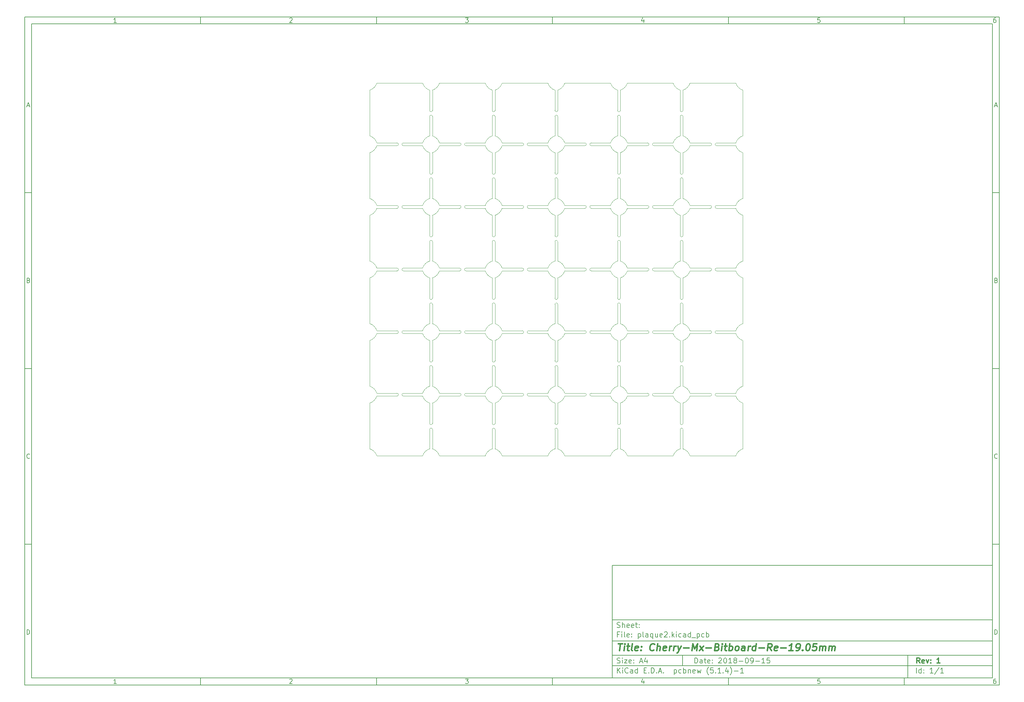
<source format=gm1>
G04 #@! TF.GenerationSoftware,KiCad,Pcbnew,(5.1.4)-1*
G04 #@! TF.CreationDate,2020-01-11T14:36:43+01:00*
G04 #@! TF.ProjectId,plaque2,706c6171-7565-4322-9e6b-696361645f70,1*
G04 #@! TF.SameCoordinates,Original*
G04 #@! TF.FileFunction,Profile,NP*
%FSLAX46Y46*%
G04 Gerber Fmt 4.6, Leading zero omitted, Abs format (unit mm)*
G04 Created by KiCad (PCBNEW (5.1.4)-1) date 2020-01-11 14:36:43*
%MOMM*%
%LPD*%
G04 APERTURE LIST*
%ADD10C,0.100000*%
%ADD11C,0.150000*%
%ADD12C,0.300000*%
%ADD13C,0.400000*%
G04 APERTURE END LIST*
D10*
D11*
X177002200Y-166007200D02*
X177002200Y-198007200D01*
X285002200Y-198007200D01*
X285002200Y-166007200D01*
X177002200Y-166007200D01*
D10*
D11*
X10000000Y-10000000D02*
X10000000Y-200007200D01*
X287002200Y-200007200D01*
X287002200Y-10000000D01*
X10000000Y-10000000D01*
D10*
D11*
X12000000Y-12000000D02*
X12000000Y-198007200D01*
X285002200Y-198007200D01*
X285002200Y-12000000D01*
X12000000Y-12000000D01*
D10*
D11*
X60000000Y-12000000D02*
X60000000Y-10000000D01*
D10*
D11*
X110000000Y-12000000D02*
X110000000Y-10000000D01*
D10*
D11*
X160000000Y-12000000D02*
X160000000Y-10000000D01*
D10*
D11*
X210000000Y-12000000D02*
X210000000Y-10000000D01*
D10*
D11*
X260000000Y-12000000D02*
X260000000Y-10000000D01*
D10*
D11*
X36065476Y-11588095D02*
X35322619Y-11588095D01*
X35694047Y-11588095D02*
X35694047Y-10288095D01*
X35570238Y-10473809D01*
X35446428Y-10597619D01*
X35322619Y-10659523D01*
D10*
D11*
X85322619Y-10411904D02*
X85384523Y-10350000D01*
X85508333Y-10288095D01*
X85817857Y-10288095D01*
X85941666Y-10350000D01*
X86003571Y-10411904D01*
X86065476Y-10535714D01*
X86065476Y-10659523D01*
X86003571Y-10845238D01*
X85260714Y-11588095D01*
X86065476Y-11588095D01*
D10*
D11*
X135260714Y-10288095D02*
X136065476Y-10288095D01*
X135632142Y-10783333D01*
X135817857Y-10783333D01*
X135941666Y-10845238D01*
X136003571Y-10907142D01*
X136065476Y-11030952D01*
X136065476Y-11340476D01*
X136003571Y-11464285D01*
X135941666Y-11526190D01*
X135817857Y-11588095D01*
X135446428Y-11588095D01*
X135322619Y-11526190D01*
X135260714Y-11464285D01*
D10*
D11*
X185941666Y-10721428D02*
X185941666Y-11588095D01*
X185632142Y-10226190D02*
X185322619Y-11154761D01*
X186127380Y-11154761D01*
D10*
D11*
X236003571Y-10288095D02*
X235384523Y-10288095D01*
X235322619Y-10907142D01*
X235384523Y-10845238D01*
X235508333Y-10783333D01*
X235817857Y-10783333D01*
X235941666Y-10845238D01*
X236003571Y-10907142D01*
X236065476Y-11030952D01*
X236065476Y-11340476D01*
X236003571Y-11464285D01*
X235941666Y-11526190D01*
X235817857Y-11588095D01*
X235508333Y-11588095D01*
X235384523Y-11526190D01*
X235322619Y-11464285D01*
D10*
D11*
X285941666Y-10288095D02*
X285694047Y-10288095D01*
X285570238Y-10350000D01*
X285508333Y-10411904D01*
X285384523Y-10597619D01*
X285322619Y-10845238D01*
X285322619Y-11340476D01*
X285384523Y-11464285D01*
X285446428Y-11526190D01*
X285570238Y-11588095D01*
X285817857Y-11588095D01*
X285941666Y-11526190D01*
X286003571Y-11464285D01*
X286065476Y-11340476D01*
X286065476Y-11030952D01*
X286003571Y-10907142D01*
X285941666Y-10845238D01*
X285817857Y-10783333D01*
X285570238Y-10783333D01*
X285446428Y-10845238D01*
X285384523Y-10907142D01*
X285322619Y-11030952D01*
D10*
D11*
X60000000Y-198007200D02*
X60000000Y-200007200D01*
D10*
D11*
X110000000Y-198007200D02*
X110000000Y-200007200D01*
D10*
D11*
X160000000Y-198007200D02*
X160000000Y-200007200D01*
D10*
D11*
X210000000Y-198007200D02*
X210000000Y-200007200D01*
D10*
D11*
X260000000Y-198007200D02*
X260000000Y-200007200D01*
D10*
D11*
X36065476Y-199595295D02*
X35322619Y-199595295D01*
X35694047Y-199595295D02*
X35694047Y-198295295D01*
X35570238Y-198481009D01*
X35446428Y-198604819D01*
X35322619Y-198666723D01*
D10*
D11*
X85322619Y-198419104D02*
X85384523Y-198357200D01*
X85508333Y-198295295D01*
X85817857Y-198295295D01*
X85941666Y-198357200D01*
X86003571Y-198419104D01*
X86065476Y-198542914D01*
X86065476Y-198666723D01*
X86003571Y-198852438D01*
X85260714Y-199595295D01*
X86065476Y-199595295D01*
D10*
D11*
X135260714Y-198295295D02*
X136065476Y-198295295D01*
X135632142Y-198790533D01*
X135817857Y-198790533D01*
X135941666Y-198852438D01*
X136003571Y-198914342D01*
X136065476Y-199038152D01*
X136065476Y-199347676D01*
X136003571Y-199471485D01*
X135941666Y-199533390D01*
X135817857Y-199595295D01*
X135446428Y-199595295D01*
X135322619Y-199533390D01*
X135260714Y-199471485D01*
D10*
D11*
X185941666Y-198728628D02*
X185941666Y-199595295D01*
X185632142Y-198233390D02*
X185322619Y-199161961D01*
X186127380Y-199161961D01*
D10*
D11*
X236003571Y-198295295D02*
X235384523Y-198295295D01*
X235322619Y-198914342D01*
X235384523Y-198852438D01*
X235508333Y-198790533D01*
X235817857Y-198790533D01*
X235941666Y-198852438D01*
X236003571Y-198914342D01*
X236065476Y-199038152D01*
X236065476Y-199347676D01*
X236003571Y-199471485D01*
X235941666Y-199533390D01*
X235817857Y-199595295D01*
X235508333Y-199595295D01*
X235384523Y-199533390D01*
X235322619Y-199471485D01*
D10*
D11*
X285941666Y-198295295D02*
X285694047Y-198295295D01*
X285570238Y-198357200D01*
X285508333Y-198419104D01*
X285384523Y-198604819D01*
X285322619Y-198852438D01*
X285322619Y-199347676D01*
X285384523Y-199471485D01*
X285446428Y-199533390D01*
X285570238Y-199595295D01*
X285817857Y-199595295D01*
X285941666Y-199533390D01*
X286003571Y-199471485D01*
X286065476Y-199347676D01*
X286065476Y-199038152D01*
X286003571Y-198914342D01*
X285941666Y-198852438D01*
X285817857Y-198790533D01*
X285570238Y-198790533D01*
X285446428Y-198852438D01*
X285384523Y-198914342D01*
X285322619Y-199038152D01*
D10*
D11*
X10000000Y-60000000D02*
X12000000Y-60000000D01*
D10*
D11*
X10000000Y-110000000D02*
X12000000Y-110000000D01*
D10*
D11*
X10000000Y-160000000D02*
X12000000Y-160000000D01*
D10*
D11*
X10690476Y-35216666D02*
X11309523Y-35216666D01*
X10566666Y-35588095D02*
X11000000Y-34288095D01*
X11433333Y-35588095D01*
D10*
D11*
X11092857Y-84907142D02*
X11278571Y-84969047D01*
X11340476Y-85030952D01*
X11402380Y-85154761D01*
X11402380Y-85340476D01*
X11340476Y-85464285D01*
X11278571Y-85526190D01*
X11154761Y-85588095D01*
X10659523Y-85588095D01*
X10659523Y-84288095D01*
X11092857Y-84288095D01*
X11216666Y-84350000D01*
X11278571Y-84411904D01*
X11340476Y-84535714D01*
X11340476Y-84659523D01*
X11278571Y-84783333D01*
X11216666Y-84845238D01*
X11092857Y-84907142D01*
X10659523Y-84907142D01*
D10*
D11*
X11402380Y-135464285D02*
X11340476Y-135526190D01*
X11154761Y-135588095D01*
X11030952Y-135588095D01*
X10845238Y-135526190D01*
X10721428Y-135402380D01*
X10659523Y-135278571D01*
X10597619Y-135030952D01*
X10597619Y-134845238D01*
X10659523Y-134597619D01*
X10721428Y-134473809D01*
X10845238Y-134350000D01*
X11030952Y-134288095D01*
X11154761Y-134288095D01*
X11340476Y-134350000D01*
X11402380Y-134411904D01*
D10*
D11*
X10659523Y-185588095D02*
X10659523Y-184288095D01*
X10969047Y-184288095D01*
X11154761Y-184350000D01*
X11278571Y-184473809D01*
X11340476Y-184597619D01*
X11402380Y-184845238D01*
X11402380Y-185030952D01*
X11340476Y-185278571D01*
X11278571Y-185402380D01*
X11154761Y-185526190D01*
X10969047Y-185588095D01*
X10659523Y-185588095D01*
D10*
D11*
X287002200Y-60000000D02*
X285002200Y-60000000D01*
D10*
D11*
X287002200Y-110000000D02*
X285002200Y-110000000D01*
D10*
D11*
X287002200Y-160000000D02*
X285002200Y-160000000D01*
D10*
D11*
X285692676Y-35216666D02*
X286311723Y-35216666D01*
X285568866Y-35588095D02*
X286002200Y-34288095D01*
X286435533Y-35588095D01*
D10*
D11*
X286095057Y-84907142D02*
X286280771Y-84969047D01*
X286342676Y-85030952D01*
X286404580Y-85154761D01*
X286404580Y-85340476D01*
X286342676Y-85464285D01*
X286280771Y-85526190D01*
X286156961Y-85588095D01*
X285661723Y-85588095D01*
X285661723Y-84288095D01*
X286095057Y-84288095D01*
X286218866Y-84350000D01*
X286280771Y-84411904D01*
X286342676Y-84535714D01*
X286342676Y-84659523D01*
X286280771Y-84783333D01*
X286218866Y-84845238D01*
X286095057Y-84907142D01*
X285661723Y-84907142D01*
D10*
D11*
X286404580Y-135464285D02*
X286342676Y-135526190D01*
X286156961Y-135588095D01*
X286033152Y-135588095D01*
X285847438Y-135526190D01*
X285723628Y-135402380D01*
X285661723Y-135278571D01*
X285599819Y-135030952D01*
X285599819Y-134845238D01*
X285661723Y-134597619D01*
X285723628Y-134473809D01*
X285847438Y-134350000D01*
X286033152Y-134288095D01*
X286156961Y-134288095D01*
X286342676Y-134350000D01*
X286404580Y-134411904D01*
D10*
D11*
X285661723Y-185588095D02*
X285661723Y-184288095D01*
X285971247Y-184288095D01*
X286156961Y-184350000D01*
X286280771Y-184473809D01*
X286342676Y-184597619D01*
X286404580Y-184845238D01*
X286404580Y-185030952D01*
X286342676Y-185278571D01*
X286280771Y-185402380D01*
X286156961Y-185526190D01*
X285971247Y-185588095D01*
X285661723Y-185588095D01*
D10*
D11*
X200434342Y-193785771D02*
X200434342Y-192285771D01*
X200791485Y-192285771D01*
X201005771Y-192357200D01*
X201148628Y-192500057D01*
X201220057Y-192642914D01*
X201291485Y-192928628D01*
X201291485Y-193142914D01*
X201220057Y-193428628D01*
X201148628Y-193571485D01*
X201005771Y-193714342D01*
X200791485Y-193785771D01*
X200434342Y-193785771D01*
X202577200Y-193785771D02*
X202577200Y-193000057D01*
X202505771Y-192857200D01*
X202362914Y-192785771D01*
X202077200Y-192785771D01*
X201934342Y-192857200D01*
X202577200Y-193714342D02*
X202434342Y-193785771D01*
X202077200Y-193785771D01*
X201934342Y-193714342D01*
X201862914Y-193571485D01*
X201862914Y-193428628D01*
X201934342Y-193285771D01*
X202077200Y-193214342D01*
X202434342Y-193214342D01*
X202577200Y-193142914D01*
X203077200Y-192785771D02*
X203648628Y-192785771D01*
X203291485Y-192285771D02*
X203291485Y-193571485D01*
X203362914Y-193714342D01*
X203505771Y-193785771D01*
X203648628Y-193785771D01*
X204720057Y-193714342D02*
X204577200Y-193785771D01*
X204291485Y-193785771D01*
X204148628Y-193714342D01*
X204077200Y-193571485D01*
X204077200Y-193000057D01*
X204148628Y-192857200D01*
X204291485Y-192785771D01*
X204577200Y-192785771D01*
X204720057Y-192857200D01*
X204791485Y-193000057D01*
X204791485Y-193142914D01*
X204077200Y-193285771D01*
X205434342Y-193642914D02*
X205505771Y-193714342D01*
X205434342Y-193785771D01*
X205362914Y-193714342D01*
X205434342Y-193642914D01*
X205434342Y-193785771D01*
X205434342Y-192857200D02*
X205505771Y-192928628D01*
X205434342Y-193000057D01*
X205362914Y-192928628D01*
X205434342Y-192857200D01*
X205434342Y-193000057D01*
X207220057Y-192428628D02*
X207291485Y-192357200D01*
X207434342Y-192285771D01*
X207791485Y-192285771D01*
X207934342Y-192357200D01*
X208005771Y-192428628D01*
X208077200Y-192571485D01*
X208077200Y-192714342D01*
X208005771Y-192928628D01*
X207148628Y-193785771D01*
X208077200Y-193785771D01*
X209005771Y-192285771D02*
X209148628Y-192285771D01*
X209291485Y-192357200D01*
X209362914Y-192428628D01*
X209434342Y-192571485D01*
X209505771Y-192857200D01*
X209505771Y-193214342D01*
X209434342Y-193500057D01*
X209362914Y-193642914D01*
X209291485Y-193714342D01*
X209148628Y-193785771D01*
X209005771Y-193785771D01*
X208862914Y-193714342D01*
X208791485Y-193642914D01*
X208720057Y-193500057D01*
X208648628Y-193214342D01*
X208648628Y-192857200D01*
X208720057Y-192571485D01*
X208791485Y-192428628D01*
X208862914Y-192357200D01*
X209005771Y-192285771D01*
X210934342Y-193785771D02*
X210077200Y-193785771D01*
X210505771Y-193785771D02*
X210505771Y-192285771D01*
X210362914Y-192500057D01*
X210220057Y-192642914D01*
X210077200Y-192714342D01*
X211791485Y-192928628D02*
X211648628Y-192857200D01*
X211577200Y-192785771D01*
X211505771Y-192642914D01*
X211505771Y-192571485D01*
X211577200Y-192428628D01*
X211648628Y-192357200D01*
X211791485Y-192285771D01*
X212077200Y-192285771D01*
X212220057Y-192357200D01*
X212291485Y-192428628D01*
X212362914Y-192571485D01*
X212362914Y-192642914D01*
X212291485Y-192785771D01*
X212220057Y-192857200D01*
X212077200Y-192928628D01*
X211791485Y-192928628D01*
X211648628Y-193000057D01*
X211577200Y-193071485D01*
X211505771Y-193214342D01*
X211505771Y-193500057D01*
X211577200Y-193642914D01*
X211648628Y-193714342D01*
X211791485Y-193785771D01*
X212077200Y-193785771D01*
X212220057Y-193714342D01*
X212291485Y-193642914D01*
X212362914Y-193500057D01*
X212362914Y-193214342D01*
X212291485Y-193071485D01*
X212220057Y-193000057D01*
X212077200Y-192928628D01*
X213005771Y-193214342D02*
X214148628Y-193214342D01*
X215148628Y-192285771D02*
X215291485Y-192285771D01*
X215434342Y-192357200D01*
X215505771Y-192428628D01*
X215577200Y-192571485D01*
X215648628Y-192857200D01*
X215648628Y-193214342D01*
X215577200Y-193500057D01*
X215505771Y-193642914D01*
X215434342Y-193714342D01*
X215291485Y-193785771D01*
X215148628Y-193785771D01*
X215005771Y-193714342D01*
X214934342Y-193642914D01*
X214862914Y-193500057D01*
X214791485Y-193214342D01*
X214791485Y-192857200D01*
X214862914Y-192571485D01*
X214934342Y-192428628D01*
X215005771Y-192357200D01*
X215148628Y-192285771D01*
X216362914Y-193785771D02*
X216648628Y-193785771D01*
X216791485Y-193714342D01*
X216862914Y-193642914D01*
X217005771Y-193428628D01*
X217077200Y-193142914D01*
X217077200Y-192571485D01*
X217005771Y-192428628D01*
X216934342Y-192357200D01*
X216791485Y-192285771D01*
X216505771Y-192285771D01*
X216362914Y-192357200D01*
X216291485Y-192428628D01*
X216220057Y-192571485D01*
X216220057Y-192928628D01*
X216291485Y-193071485D01*
X216362914Y-193142914D01*
X216505771Y-193214342D01*
X216791485Y-193214342D01*
X216934342Y-193142914D01*
X217005771Y-193071485D01*
X217077200Y-192928628D01*
X217720057Y-193214342D02*
X218862914Y-193214342D01*
X220362914Y-193785771D02*
X219505771Y-193785771D01*
X219934342Y-193785771D02*
X219934342Y-192285771D01*
X219791485Y-192500057D01*
X219648628Y-192642914D01*
X219505771Y-192714342D01*
X221720057Y-192285771D02*
X221005771Y-192285771D01*
X220934342Y-193000057D01*
X221005771Y-192928628D01*
X221148628Y-192857200D01*
X221505771Y-192857200D01*
X221648628Y-192928628D01*
X221720057Y-193000057D01*
X221791485Y-193142914D01*
X221791485Y-193500057D01*
X221720057Y-193642914D01*
X221648628Y-193714342D01*
X221505771Y-193785771D01*
X221148628Y-193785771D01*
X221005771Y-193714342D01*
X220934342Y-193642914D01*
D10*
D11*
X177002200Y-194507200D02*
X285002200Y-194507200D01*
D10*
D11*
X178434342Y-196585771D02*
X178434342Y-195085771D01*
X179291485Y-196585771D02*
X178648628Y-195728628D01*
X179291485Y-195085771D02*
X178434342Y-195942914D01*
X179934342Y-196585771D02*
X179934342Y-195585771D01*
X179934342Y-195085771D02*
X179862914Y-195157200D01*
X179934342Y-195228628D01*
X180005771Y-195157200D01*
X179934342Y-195085771D01*
X179934342Y-195228628D01*
X181505771Y-196442914D02*
X181434342Y-196514342D01*
X181220057Y-196585771D01*
X181077200Y-196585771D01*
X180862914Y-196514342D01*
X180720057Y-196371485D01*
X180648628Y-196228628D01*
X180577200Y-195942914D01*
X180577200Y-195728628D01*
X180648628Y-195442914D01*
X180720057Y-195300057D01*
X180862914Y-195157200D01*
X181077200Y-195085771D01*
X181220057Y-195085771D01*
X181434342Y-195157200D01*
X181505771Y-195228628D01*
X182791485Y-196585771D02*
X182791485Y-195800057D01*
X182720057Y-195657200D01*
X182577200Y-195585771D01*
X182291485Y-195585771D01*
X182148628Y-195657200D01*
X182791485Y-196514342D02*
X182648628Y-196585771D01*
X182291485Y-196585771D01*
X182148628Y-196514342D01*
X182077200Y-196371485D01*
X182077200Y-196228628D01*
X182148628Y-196085771D01*
X182291485Y-196014342D01*
X182648628Y-196014342D01*
X182791485Y-195942914D01*
X184148628Y-196585771D02*
X184148628Y-195085771D01*
X184148628Y-196514342D02*
X184005771Y-196585771D01*
X183720057Y-196585771D01*
X183577200Y-196514342D01*
X183505771Y-196442914D01*
X183434342Y-196300057D01*
X183434342Y-195871485D01*
X183505771Y-195728628D01*
X183577200Y-195657200D01*
X183720057Y-195585771D01*
X184005771Y-195585771D01*
X184148628Y-195657200D01*
X186005771Y-195800057D02*
X186505771Y-195800057D01*
X186720057Y-196585771D02*
X186005771Y-196585771D01*
X186005771Y-195085771D01*
X186720057Y-195085771D01*
X187362914Y-196442914D02*
X187434342Y-196514342D01*
X187362914Y-196585771D01*
X187291485Y-196514342D01*
X187362914Y-196442914D01*
X187362914Y-196585771D01*
X188077200Y-196585771D02*
X188077200Y-195085771D01*
X188434342Y-195085771D01*
X188648628Y-195157200D01*
X188791485Y-195300057D01*
X188862914Y-195442914D01*
X188934342Y-195728628D01*
X188934342Y-195942914D01*
X188862914Y-196228628D01*
X188791485Y-196371485D01*
X188648628Y-196514342D01*
X188434342Y-196585771D01*
X188077200Y-196585771D01*
X189577200Y-196442914D02*
X189648628Y-196514342D01*
X189577200Y-196585771D01*
X189505771Y-196514342D01*
X189577200Y-196442914D01*
X189577200Y-196585771D01*
X190220057Y-196157200D02*
X190934342Y-196157200D01*
X190077200Y-196585771D02*
X190577200Y-195085771D01*
X191077200Y-196585771D01*
X191577200Y-196442914D02*
X191648628Y-196514342D01*
X191577200Y-196585771D01*
X191505771Y-196514342D01*
X191577200Y-196442914D01*
X191577200Y-196585771D01*
X194577200Y-195585771D02*
X194577200Y-197085771D01*
X194577200Y-195657200D02*
X194720057Y-195585771D01*
X195005771Y-195585771D01*
X195148628Y-195657200D01*
X195220057Y-195728628D01*
X195291485Y-195871485D01*
X195291485Y-196300057D01*
X195220057Y-196442914D01*
X195148628Y-196514342D01*
X195005771Y-196585771D01*
X194720057Y-196585771D01*
X194577200Y-196514342D01*
X196577200Y-196514342D02*
X196434342Y-196585771D01*
X196148628Y-196585771D01*
X196005771Y-196514342D01*
X195934342Y-196442914D01*
X195862914Y-196300057D01*
X195862914Y-195871485D01*
X195934342Y-195728628D01*
X196005771Y-195657200D01*
X196148628Y-195585771D01*
X196434342Y-195585771D01*
X196577200Y-195657200D01*
X197220057Y-196585771D02*
X197220057Y-195085771D01*
X197220057Y-195657200D02*
X197362914Y-195585771D01*
X197648628Y-195585771D01*
X197791485Y-195657200D01*
X197862914Y-195728628D01*
X197934342Y-195871485D01*
X197934342Y-196300057D01*
X197862914Y-196442914D01*
X197791485Y-196514342D01*
X197648628Y-196585771D01*
X197362914Y-196585771D01*
X197220057Y-196514342D01*
X198577200Y-195585771D02*
X198577200Y-196585771D01*
X198577200Y-195728628D02*
X198648628Y-195657200D01*
X198791485Y-195585771D01*
X199005771Y-195585771D01*
X199148628Y-195657200D01*
X199220057Y-195800057D01*
X199220057Y-196585771D01*
X200505771Y-196514342D02*
X200362914Y-196585771D01*
X200077200Y-196585771D01*
X199934342Y-196514342D01*
X199862914Y-196371485D01*
X199862914Y-195800057D01*
X199934342Y-195657200D01*
X200077200Y-195585771D01*
X200362914Y-195585771D01*
X200505771Y-195657200D01*
X200577200Y-195800057D01*
X200577200Y-195942914D01*
X199862914Y-196085771D01*
X201077200Y-195585771D02*
X201362914Y-196585771D01*
X201648628Y-195871485D01*
X201934342Y-196585771D01*
X202220057Y-195585771D01*
X204362914Y-197157200D02*
X204291485Y-197085771D01*
X204148628Y-196871485D01*
X204077200Y-196728628D01*
X204005771Y-196514342D01*
X203934342Y-196157200D01*
X203934342Y-195871485D01*
X204005771Y-195514342D01*
X204077200Y-195300057D01*
X204148628Y-195157200D01*
X204291485Y-194942914D01*
X204362914Y-194871485D01*
X205648628Y-195085771D02*
X204934342Y-195085771D01*
X204862914Y-195800057D01*
X204934342Y-195728628D01*
X205077200Y-195657200D01*
X205434342Y-195657200D01*
X205577200Y-195728628D01*
X205648628Y-195800057D01*
X205720057Y-195942914D01*
X205720057Y-196300057D01*
X205648628Y-196442914D01*
X205577200Y-196514342D01*
X205434342Y-196585771D01*
X205077200Y-196585771D01*
X204934342Y-196514342D01*
X204862914Y-196442914D01*
X206362914Y-196442914D02*
X206434342Y-196514342D01*
X206362914Y-196585771D01*
X206291485Y-196514342D01*
X206362914Y-196442914D01*
X206362914Y-196585771D01*
X207862914Y-196585771D02*
X207005771Y-196585771D01*
X207434342Y-196585771D02*
X207434342Y-195085771D01*
X207291485Y-195300057D01*
X207148628Y-195442914D01*
X207005771Y-195514342D01*
X208505771Y-196442914D02*
X208577200Y-196514342D01*
X208505771Y-196585771D01*
X208434342Y-196514342D01*
X208505771Y-196442914D01*
X208505771Y-196585771D01*
X209862914Y-195585771D02*
X209862914Y-196585771D01*
X209505771Y-195014342D02*
X209148628Y-196085771D01*
X210077200Y-196085771D01*
X210505771Y-197157200D02*
X210577200Y-197085771D01*
X210720057Y-196871485D01*
X210791485Y-196728628D01*
X210862914Y-196514342D01*
X210934342Y-196157200D01*
X210934342Y-195871485D01*
X210862914Y-195514342D01*
X210791485Y-195300057D01*
X210720057Y-195157200D01*
X210577200Y-194942914D01*
X210505771Y-194871485D01*
X211648628Y-196014342D02*
X212791485Y-196014342D01*
X214291485Y-196585771D02*
X213434342Y-196585771D01*
X213862914Y-196585771D02*
X213862914Y-195085771D01*
X213720057Y-195300057D01*
X213577200Y-195442914D01*
X213434342Y-195514342D01*
D10*
D11*
X177002200Y-191507200D02*
X285002200Y-191507200D01*
D10*
D12*
X264411485Y-193785771D02*
X263911485Y-193071485D01*
X263554342Y-193785771D02*
X263554342Y-192285771D01*
X264125771Y-192285771D01*
X264268628Y-192357200D01*
X264340057Y-192428628D01*
X264411485Y-192571485D01*
X264411485Y-192785771D01*
X264340057Y-192928628D01*
X264268628Y-193000057D01*
X264125771Y-193071485D01*
X263554342Y-193071485D01*
X265625771Y-193714342D02*
X265482914Y-193785771D01*
X265197200Y-193785771D01*
X265054342Y-193714342D01*
X264982914Y-193571485D01*
X264982914Y-193000057D01*
X265054342Y-192857200D01*
X265197200Y-192785771D01*
X265482914Y-192785771D01*
X265625771Y-192857200D01*
X265697200Y-193000057D01*
X265697200Y-193142914D01*
X264982914Y-193285771D01*
X266197200Y-192785771D02*
X266554342Y-193785771D01*
X266911485Y-192785771D01*
X267482914Y-193642914D02*
X267554342Y-193714342D01*
X267482914Y-193785771D01*
X267411485Y-193714342D01*
X267482914Y-193642914D01*
X267482914Y-193785771D01*
X267482914Y-192857200D02*
X267554342Y-192928628D01*
X267482914Y-193000057D01*
X267411485Y-192928628D01*
X267482914Y-192857200D01*
X267482914Y-193000057D01*
X270125771Y-193785771D02*
X269268628Y-193785771D01*
X269697200Y-193785771D02*
X269697200Y-192285771D01*
X269554342Y-192500057D01*
X269411485Y-192642914D01*
X269268628Y-192714342D01*
D10*
D11*
X178362914Y-193714342D02*
X178577200Y-193785771D01*
X178934342Y-193785771D01*
X179077200Y-193714342D01*
X179148628Y-193642914D01*
X179220057Y-193500057D01*
X179220057Y-193357200D01*
X179148628Y-193214342D01*
X179077200Y-193142914D01*
X178934342Y-193071485D01*
X178648628Y-193000057D01*
X178505771Y-192928628D01*
X178434342Y-192857200D01*
X178362914Y-192714342D01*
X178362914Y-192571485D01*
X178434342Y-192428628D01*
X178505771Y-192357200D01*
X178648628Y-192285771D01*
X179005771Y-192285771D01*
X179220057Y-192357200D01*
X179862914Y-193785771D02*
X179862914Y-192785771D01*
X179862914Y-192285771D02*
X179791485Y-192357200D01*
X179862914Y-192428628D01*
X179934342Y-192357200D01*
X179862914Y-192285771D01*
X179862914Y-192428628D01*
X180434342Y-192785771D02*
X181220057Y-192785771D01*
X180434342Y-193785771D01*
X181220057Y-193785771D01*
X182362914Y-193714342D02*
X182220057Y-193785771D01*
X181934342Y-193785771D01*
X181791485Y-193714342D01*
X181720057Y-193571485D01*
X181720057Y-193000057D01*
X181791485Y-192857200D01*
X181934342Y-192785771D01*
X182220057Y-192785771D01*
X182362914Y-192857200D01*
X182434342Y-193000057D01*
X182434342Y-193142914D01*
X181720057Y-193285771D01*
X183077200Y-193642914D02*
X183148628Y-193714342D01*
X183077200Y-193785771D01*
X183005771Y-193714342D01*
X183077200Y-193642914D01*
X183077200Y-193785771D01*
X183077200Y-192857200D02*
X183148628Y-192928628D01*
X183077200Y-193000057D01*
X183005771Y-192928628D01*
X183077200Y-192857200D01*
X183077200Y-193000057D01*
X184862914Y-193357200D02*
X185577200Y-193357200D01*
X184720057Y-193785771D02*
X185220057Y-192285771D01*
X185720057Y-193785771D01*
X186862914Y-192785771D02*
X186862914Y-193785771D01*
X186505771Y-192214342D02*
X186148628Y-193285771D01*
X187077200Y-193285771D01*
D10*
D11*
X263434342Y-196585771D02*
X263434342Y-195085771D01*
X264791485Y-196585771D02*
X264791485Y-195085771D01*
X264791485Y-196514342D02*
X264648628Y-196585771D01*
X264362914Y-196585771D01*
X264220057Y-196514342D01*
X264148628Y-196442914D01*
X264077200Y-196300057D01*
X264077200Y-195871485D01*
X264148628Y-195728628D01*
X264220057Y-195657200D01*
X264362914Y-195585771D01*
X264648628Y-195585771D01*
X264791485Y-195657200D01*
X265505771Y-196442914D02*
X265577200Y-196514342D01*
X265505771Y-196585771D01*
X265434342Y-196514342D01*
X265505771Y-196442914D01*
X265505771Y-196585771D01*
X265505771Y-195657200D02*
X265577200Y-195728628D01*
X265505771Y-195800057D01*
X265434342Y-195728628D01*
X265505771Y-195657200D01*
X265505771Y-195800057D01*
X268148628Y-196585771D02*
X267291485Y-196585771D01*
X267720057Y-196585771D02*
X267720057Y-195085771D01*
X267577200Y-195300057D01*
X267434342Y-195442914D01*
X267291485Y-195514342D01*
X269862914Y-195014342D02*
X268577200Y-196942914D01*
X271148628Y-196585771D02*
X270291485Y-196585771D01*
X270720057Y-196585771D02*
X270720057Y-195085771D01*
X270577200Y-195300057D01*
X270434342Y-195442914D01*
X270291485Y-195514342D01*
D10*
D11*
X177002200Y-187507200D02*
X285002200Y-187507200D01*
D10*
D13*
X178714580Y-188211961D02*
X179857438Y-188211961D01*
X179036009Y-190211961D02*
X179286009Y-188211961D01*
X180274104Y-190211961D02*
X180440771Y-188878628D01*
X180524104Y-188211961D02*
X180416961Y-188307200D01*
X180500295Y-188402438D01*
X180607438Y-188307200D01*
X180524104Y-188211961D01*
X180500295Y-188402438D01*
X181107438Y-188878628D02*
X181869342Y-188878628D01*
X181476485Y-188211961D02*
X181262200Y-189926247D01*
X181333628Y-190116723D01*
X181512200Y-190211961D01*
X181702676Y-190211961D01*
X182655057Y-190211961D02*
X182476485Y-190116723D01*
X182405057Y-189926247D01*
X182619342Y-188211961D01*
X184190771Y-190116723D02*
X183988390Y-190211961D01*
X183607438Y-190211961D01*
X183428866Y-190116723D01*
X183357438Y-189926247D01*
X183452676Y-189164342D01*
X183571723Y-188973866D01*
X183774104Y-188878628D01*
X184155057Y-188878628D01*
X184333628Y-188973866D01*
X184405057Y-189164342D01*
X184381247Y-189354819D01*
X183405057Y-189545295D01*
X185155057Y-190021485D02*
X185238390Y-190116723D01*
X185131247Y-190211961D01*
X185047914Y-190116723D01*
X185155057Y-190021485D01*
X185131247Y-190211961D01*
X185286009Y-188973866D02*
X185369342Y-189069104D01*
X185262200Y-189164342D01*
X185178866Y-189069104D01*
X185286009Y-188973866D01*
X185262200Y-189164342D01*
X188774104Y-190021485D02*
X188666961Y-190116723D01*
X188369342Y-190211961D01*
X188178866Y-190211961D01*
X187905057Y-190116723D01*
X187738390Y-189926247D01*
X187666961Y-189735771D01*
X187619342Y-189354819D01*
X187655057Y-189069104D01*
X187797914Y-188688152D01*
X187916961Y-188497676D01*
X188131247Y-188307200D01*
X188428866Y-188211961D01*
X188619342Y-188211961D01*
X188893152Y-188307200D01*
X188976485Y-188402438D01*
X189607438Y-190211961D02*
X189857438Y-188211961D01*
X190464580Y-190211961D02*
X190595533Y-189164342D01*
X190524104Y-188973866D01*
X190345533Y-188878628D01*
X190059819Y-188878628D01*
X189857438Y-188973866D01*
X189750295Y-189069104D01*
X192190771Y-190116723D02*
X191988390Y-190211961D01*
X191607438Y-190211961D01*
X191428866Y-190116723D01*
X191357438Y-189926247D01*
X191452676Y-189164342D01*
X191571723Y-188973866D01*
X191774104Y-188878628D01*
X192155057Y-188878628D01*
X192333628Y-188973866D01*
X192405057Y-189164342D01*
X192381247Y-189354819D01*
X191405057Y-189545295D01*
X193131247Y-190211961D02*
X193297914Y-188878628D01*
X193250295Y-189259580D02*
X193369342Y-189069104D01*
X193476485Y-188973866D01*
X193678866Y-188878628D01*
X193869342Y-188878628D01*
X194369342Y-190211961D02*
X194536009Y-188878628D01*
X194488390Y-189259580D02*
X194607438Y-189069104D01*
X194714580Y-188973866D01*
X194916961Y-188878628D01*
X195107438Y-188878628D01*
X195583628Y-188878628D02*
X195893152Y-190211961D01*
X196536009Y-188878628D02*
X195893152Y-190211961D01*
X195643152Y-190688152D01*
X195536009Y-190783390D01*
X195333628Y-190878628D01*
X197226485Y-189450057D02*
X198750295Y-189450057D01*
X199607438Y-190211961D02*
X199857438Y-188211961D01*
X200345533Y-189640533D01*
X201190771Y-188211961D01*
X200940771Y-190211961D01*
X201702676Y-190211961D02*
X202916961Y-188878628D01*
X201869342Y-188878628D02*
X202750295Y-190211961D01*
X203607438Y-189450057D02*
X205131247Y-189450057D01*
X206786009Y-189164342D02*
X207059819Y-189259580D01*
X207143152Y-189354819D01*
X207214580Y-189545295D01*
X207178866Y-189831009D01*
X207059819Y-190021485D01*
X206952676Y-190116723D01*
X206750295Y-190211961D01*
X205988390Y-190211961D01*
X206238390Y-188211961D01*
X206905057Y-188211961D01*
X207083628Y-188307200D01*
X207166961Y-188402438D01*
X207238390Y-188592914D01*
X207214580Y-188783390D01*
X207095533Y-188973866D01*
X206988390Y-189069104D01*
X206786009Y-189164342D01*
X206119342Y-189164342D01*
X207988390Y-190211961D02*
X208155057Y-188878628D01*
X208238390Y-188211961D02*
X208131247Y-188307200D01*
X208214580Y-188402438D01*
X208321723Y-188307200D01*
X208238390Y-188211961D01*
X208214580Y-188402438D01*
X208821723Y-188878628D02*
X209583628Y-188878628D01*
X209190771Y-188211961D02*
X208976485Y-189926247D01*
X209047914Y-190116723D01*
X209226485Y-190211961D01*
X209416961Y-190211961D01*
X210083628Y-190211961D02*
X210333628Y-188211961D01*
X210238390Y-188973866D02*
X210440771Y-188878628D01*
X210821723Y-188878628D01*
X211000295Y-188973866D01*
X211083628Y-189069104D01*
X211155057Y-189259580D01*
X211083628Y-189831009D01*
X210964580Y-190021485D01*
X210857438Y-190116723D01*
X210655057Y-190211961D01*
X210274104Y-190211961D01*
X210095533Y-190116723D01*
X212178866Y-190211961D02*
X212000295Y-190116723D01*
X211916961Y-190021485D01*
X211845533Y-189831009D01*
X211916961Y-189259580D01*
X212036009Y-189069104D01*
X212143152Y-188973866D01*
X212345533Y-188878628D01*
X212631247Y-188878628D01*
X212809819Y-188973866D01*
X212893152Y-189069104D01*
X212964580Y-189259580D01*
X212893152Y-189831009D01*
X212774104Y-190021485D01*
X212666961Y-190116723D01*
X212464580Y-190211961D01*
X212178866Y-190211961D01*
X214559819Y-190211961D02*
X214690771Y-189164342D01*
X214619342Y-188973866D01*
X214440771Y-188878628D01*
X214059819Y-188878628D01*
X213857438Y-188973866D01*
X214571723Y-190116723D02*
X214369342Y-190211961D01*
X213893152Y-190211961D01*
X213714580Y-190116723D01*
X213643152Y-189926247D01*
X213666961Y-189735771D01*
X213786009Y-189545295D01*
X213988390Y-189450057D01*
X214464580Y-189450057D01*
X214666961Y-189354819D01*
X215512200Y-190211961D02*
X215678866Y-188878628D01*
X215631247Y-189259580D02*
X215750295Y-189069104D01*
X215857438Y-188973866D01*
X216059819Y-188878628D01*
X216250295Y-188878628D01*
X217607438Y-190211961D02*
X217857438Y-188211961D01*
X217619342Y-190116723D02*
X217416961Y-190211961D01*
X217036009Y-190211961D01*
X216857438Y-190116723D01*
X216774104Y-190021485D01*
X216702676Y-189831009D01*
X216774104Y-189259580D01*
X216893152Y-189069104D01*
X217000295Y-188973866D01*
X217202676Y-188878628D01*
X217583628Y-188878628D01*
X217762200Y-188973866D01*
X218655057Y-189450057D02*
X220178866Y-189450057D01*
X222178866Y-190211961D02*
X221631247Y-189259580D01*
X221036009Y-190211961D02*
X221286009Y-188211961D01*
X222047914Y-188211961D01*
X222226485Y-188307200D01*
X222309819Y-188402438D01*
X222381247Y-188592914D01*
X222345533Y-188878628D01*
X222226485Y-189069104D01*
X222119342Y-189164342D01*
X221916961Y-189259580D01*
X221155057Y-189259580D01*
X223809819Y-190116723D02*
X223607438Y-190211961D01*
X223226485Y-190211961D01*
X223047914Y-190116723D01*
X222976485Y-189926247D01*
X223071723Y-189164342D01*
X223190771Y-188973866D01*
X223393152Y-188878628D01*
X223774104Y-188878628D01*
X223952676Y-188973866D01*
X224024104Y-189164342D01*
X224000295Y-189354819D01*
X223024104Y-189545295D01*
X224845533Y-189450057D02*
X226369342Y-189450057D01*
X228274104Y-190211961D02*
X227131247Y-190211961D01*
X227702676Y-190211961D02*
X227952676Y-188211961D01*
X227726485Y-188497676D01*
X227512200Y-188688152D01*
X227309819Y-188783390D01*
X229226485Y-190211961D02*
X229607438Y-190211961D01*
X229809819Y-190116723D01*
X229916961Y-190021485D01*
X230143152Y-189735771D01*
X230286009Y-189354819D01*
X230381247Y-188592914D01*
X230309819Y-188402438D01*
X230226485Y-188307200D01*
X230047914Y-188211961D01*
X229666961Y-188211961D01*
X229464580Y-188307200D01*
X229357438Y-188402438D01*
X229238390Y-188592914D01*
X229178866Y-189069104D01*
X229250295Y-189259580D01*
X229333628Y-189354819D01*
X229512200Y-189450057D01*
X229893152Y-189450057D01*
X230095533Y-189354819D01*
X230202676Y-189259580D01*
X230321723Y-189069104D01*
X231059819Y-190021485D02*
X231143152Y-190116723D01*
X231036009Y-190211961D01*
X230952676Y-190116723D01*
X231059819Y-190021485D01*
X231036009Y-190211961D01*
X232619342Y-188211961D02*
X232809819Y-188211961D01*
X232988390Y-188307200D01*
X233071723Y-188402438D01*
X233143152Y-188592914D01*
X233190771Y-188973866D01*
X233131247Y-189450057D01*
X232988390Y-189831009D01*
X232869342Y-190021485D01*
X232762200Y-190116723D01*
X232559819Y-190211961D01*
X232369342Y-190211961D01*
X232190771Y-190116723D01*
X232107438Y-190021485D01*
X232036009Y-189831009D01*
X231988390Y-189450057D01*
X232047914Y-188973866D01*
X232190771Y-188592914D01*
X232309819Y-188402438D01*
X232416961Y-188307200D01*
X232619342Y-188211961D01*
X235095533Y-188211961D02*
X234143152Y-188211961D01*
X233928866Y-189164342D01*
X234036009Y-189069104D01*
X234238390Y-188973866D01*
X234714580Y-188973866D01*
X234893152Y-189069104D01*
X234976485Y-189164342D01*
X235047914Y-189354819D01*
X234988390Y-189831009D01*
X234869342Y-190021485D01*
X234762200Y-190116723D01*
X234559819Y-190211961D01*
X234083628Y-190211961D01*
X233905057Y-190116723D01*
X233821723Y-190021485D01*
X235797914Y-190211961D02*
X235964580Y-188878628D01*
X235940771Y-189069104D02*
X236047914Y-188973866D01*
X236250295Y-188878628D01*
X236536009Y-188878628D01*
X236714580Y-188973866D01*
X236786009Y-189164342D01*
X236655057Y-190211961D01*
X236786009Y-189164342D02*
X236905057Y-188973866D01*
X237107438Y-188878628D01*
X237393152Y-188878628D01*
X237571723Y-188973866D01*
X237643152Y-189164342D01*
X237512200Y-190211961D01*
X238464580Y-190211961D02*
X238631247Y-188878628D01*
X238607438Y-189069104D02*
X238714580Y-188973866D01*
X238916961Y-188878628D01*
X239202676Y-188878628D01*
X239381247Y-188973866D01*
X239452676Y-189164342D01*
X239321723Y-190211961D01*
X239452676Y-189164342D02*
X239571723Y-188973866D01*
X239774104Y-188878628D01*
X240059819Y-188878628D01*
X240238390Y-188973866D01*
X240309819Y-189164342D01*
X240178866Y-190211961D01*
D10*
D11*
X178934342Y-185600057D02*
X178434342Y-185600057D01*
X178434342Y-186385771D02*
X178434342Y-184885771D01*
X179148628Y-184885771D01*
X179720057Y-186385771D02*
X179720057Y-185385771D01*
X179720057Y-184885771D02*
X179648628Y-184957200D01*
X179720057Y-185028628D01*
X179791485Y-184957200D01*
X179720057Y-184885771D01*
X179720057Y-185028628D01*
X180648628Y-186385771D02*
X180505771Y-186314342D01*
X180434342Y-186171485D01*
X180434342Y-184885771D01*
X181791485Y-186314342D02*
X181648628Y-186385771D01*
X181362914Y-186385771D01*
X181220057Y-186314342D01*
X181148628Y-186171485D01*
X181148628Y-185600057D01*
X181220057Y-185457200D01*
X181362914Y-185385771D01*
X181648628Y-185385771D01*
X181791485Y-185457200D01*
X181862914Y-185600057D01*
X181862914Y-185742914D01*
X181148628Y-185885771D01*
X182505771Y-186242914D02*
X182577200Y-186314342D01*
X182505771Y-186385771D01*
X182434342Y-186314342D01*
X182505771Y-186242914D01*
X182505771Y-186385771D01*
X182505771Y-185457200D02*
X182577200Y-185528628D01*
X182505771Y-185600057D01*
X182434342Y-185528628D01*
X182505771Y-185457200D01*
X182505771Y-185600057D01*
X184362914Y-185385771D02*
X184362914Y-186885771D01*
X184362914Y-185457200D02*
X184505771Y-185385771D01*
X184791485Y-185385771D01*
X184934342Y-185457200D01*
X185005771Y-185528628D01*
X185077200Y-185671485D01*
X185077200Y-186100057D01*
X185005771Y-186242914D01*
X184934342Y-186314342D01*
X184791485Y-186385771D01*
X184505771Y-186385771D01*
X184362914Y-186314342D01*
X185934342Y-186385771D02*
X185791485Y-186314342D01*
X185720057Y-186171485D01*
X185720057Y-184885771D01*
X187148628Y-186385771D02*
X187148628Y-185600057D01*
X187077200Y-185457200D01*
X186934342Y-185385771D01*
X186648628Y-185385771D01*
X186505771Y-185457200D01*
X187148628Y-186314342D02*
X187005771Y-186385771D01*
X186648628Y-186385771D01*
X186505771Y-186314342D01*
X186434342Y-186171485D01*
X186434342Y-186028628D01*
X186505771Y-185885771D01*
X186648628Y-185814342D01*
X187005771Y-185814342D01*
X187148628Y-185742914D01*
X188505771Y-185385771D02*
X188505771Y-186885771D01*
X188505771Y-186314342D02*
X188362914Y-186385771D01*
X188077200Y-186385771D01*
X187934342Y-186314342D01*
X187862914Y-186242914D01*
X187791485Y-186100057D01*
X187791485Y-185671485D01*
X187862914Y-185528628D01*
X187934342Y-185457200D01*
X188077200Y-185385771D01*
X188362914Y-185385771D01*
X188505771Y-185457200D01*
X189862914Y-185385771D02*
X189862914Y-186385771D01*
X189220057Y-185385771D02*
X189220057Y-186171485D01*
X189291485Y-186314342D01*
X189434342Y-186385771D01*
X189648628Y-186385771D01*
X189791485Y-186314342D01*
X189862914Y-186242914D01*
X191148628Y-186314342D02*
X191005771Y-186385771D01*
X190720057Y-186385771D01*
X190577200Y-186314342D01*
X190505771Y-186171485D01*
X190505771Y-185600057D01*
X190577200Y-185457200D01*
X190720057Y-185385771D01*
X191005771Y-185385771D01*
X191148628Y-185457200D01*
X191220057Y-185600057D01*
X191220057Y-185742914D01*
X190505771Y-185885771D01*
X191791485Y-185028628D02*
X191862914Y-184957200D01*
X192005771Y-184885771D01*
X192362914Y-184885771D01*
X192505771Y-184957200D01*
X192577200Y-185028628D01*
X192648628Y-185171485D01*
X192648628Y-185314342D01*
X192577200Y-185528628D01*
X191720057Y-186385771D01*
X192648628Y-186385771D01*
X193291485Y-186242914D02*
X193362914Y-186314342D01*
X193291485Y-186385771D01*
X193220057Y-186314342D01*
X193291485Y-186242914D01*
X193291485Y-186385771D01*
X194005771Y-186385771D02*
X194005771Y-184885771D01*
X194148628Y-185814342D02*
X194577200Y-186385771D01*
X194577200Y-185385771D02*
X194005771Y-185957200D01*
X195220057Y-186385771D02*
X195220057Y-185385771D01*
X195220057Y-184885771D02*
X195148628Y-184957200D01*
X195220057Y-185028628D01*
X195291485Y-184957200D01*
X195220057Y-184885771D01*
X195220057Y-185028628D01*
X196577200Y-186314342D02*
X196434342Y-186385771D01*
X196148628Y-186385771D01*
X196005771Y-186314342D01*
X195934342Y-186242914D01*
X195862914Y-186100057D01*
X195862914Y-185671485D01*
X195934342Y-185528628D01*
X196005771Y-185457200D01*
X196148628Y-185385771D01*
X196434342Y-185385771D01*
X196577200Y-185457200D01*
X197862914Y-186385771D02*
X197862914Y-185600057D01*
X197791485Y-185457200D01*
X197648628Y-185385771D01*
X197362914Y-185385771D01*
X197220057Y-185457200D01*
X197862914Y-186314342D02*
X197720057Y-186385771D01*
X197362914Y-186385771D01*
X197220057Y-186314342D01*
X197148628Y-186171485D01*
X197148628Y-186028628D01*
X197220057Y-185885771D01*
X197362914Y-185814342D01*
X197720057Y-185814342D01*
X197862914Y-185742914D01*
X199220057Y-186385771D02*
X199220057Y-184885771D01*
X199220057Y-186314342D02*
X199077200Y-186385771D01*
X198791485Y-186385771D01*
X198648628Y-186314342D01*
X198577200Y-186242914D01*
X198505771Y-186100057D01*
X198505771Y-185671485D01*
X198577200Y-185528628D01*
X198648628Y-185457200D01*
X198791485Y-185385771D01*
X199077200Y-185385771D01*
X199220057Y-185457200D01*
X199577200Y-186528628D02*
X200720057Y-186528628D01*
X201077200Y-185385771D02*
X201077200Y-186885771D01*
X201077200Y-185457200D02*
X201220057Y-185385771D01*
X201505771Y-185385771D01*
X201648628Y-185457200D01*
X201720057Y-185528628D01*
X201791485Y-185671485D01*
X201791485Y-186100057D01*
X201720057Y-186242914D01*
X201648628Y-186314342D01*
X201505771Y-186385771D01*
X201220057Y-186385771D01*
X201077200Y-186314342D01*
X203077200Y-186314342D02*
X202934342Y-186385771D01*
X202648628Y-186385771D01*
X202505771Y-186314342D01*
X202434342Y-186242914D01*
X202362914Y-186100057D01*
X202362914Y-185671485D01*
X202434342Y-185528628D01*
X202505771Y-185457200D01*
X202648628Y-185385771D01*
X202934342Y-185385771D01*
X203077200Y-185457200D01*
X203720057Y-186385771D02*
X203720057Y-184885771D01*
X203720057Y-185457200D02*
X203862914Y-185385771D01*
X204148628Y-185385771D01*
X204291485Y-185457200D01*
X204362914Y-185528628D01*
X204434342Y-185671485D01*
X204434342Y-186100057D01*
X204362914Y-186242914D01*
X204291485Y-186314342D01*
X204148628Y-186385771D01*
X203862914Y-186385771D01*
X203720057Y-186314342D01*
D10*
D11*
X177002200Y-181507200D02*
X285002200Y-181507200D01*
D10*
D11*
X178362914Y-183614342D02*
X178577200Y-183685771D01*
X178934342Y-183685771D01*
X179077200Y-183614342D01*
X179148628Y-183542914D01*
X179220057Y-183400057D01*
X179220057Y-183257200D01*
X179148628Y-183114342D01*
X179077200Y-183042914D01*
X178934342Y-182971485D01*
X178648628Y-182900057D01*
X178505771Y-182828628D01*
X178434342Y-182757200D01*
X178362914Y-182614342D01*
X178362914Y-182471485D01*
X178434342Y-182328628D01*
X178505771Y-182257200D01*
X178648628Y-182185771D01*
X179005771Y-182185771D01*
X179220057Y-182257200D01*
X179862914Y-183685771D02*
X179862914Y-182185771D01*
X180505771Y-183685771D02*
X180505771Y-182900057D01*
X180434342Y-182757200D01*
X180291485Y-182685771D01*
X180077200Y-182685771D01*
X179934342Y-182757200D01*
X179862914Y-182828628D01*
X181791485Y-183614342D02*
X181648628Y-183685771D01*
X181362914Y-183685771D01*
X181220057Y-183614342D01*
X181148628Y-183471485D01*
X181148628Y-182900057D01*
X181220057Y-182757200D01*
X181362914Y-182685771D01*
X181648628Y-182685771D01*
X181791485Y-182757200D01*
X181862914Y-182900057D01*
X181862914Y-183042914D01*
X181148628Y-183185771D01*
X183077200Y-183614342D02*
X182934342Y-183685771D01*
X182648628Y-183685771D01*
X182505771Y-183614342D01*
X182434342Y-183471485D01*
X182434342Y-182900057D01*
X182505771Y-182757200D01*
X182648628Y-182685771D01*
X182934342Y-182685771D01*
X183077200Y-182757200D01*
X183148628Y-182900057D01*
X183148628Y-183042914D01*
X182434342Y-183185771D01*
X183577200Y-182685771D02*
X184148628Y-182685771D01*
X183791485Y-182185771D02*
X183791485Y-183471485D01*
X183862914Y-183614342D01*
X184005771Y-183685771D01*
X184148628Y-183685771D01*
X184648628Y-183542914D02*
X184720057Y-183614342D01*
X184648628Y-183685771D01*
X184577200Y-183614342D01*
X184648628Y-183542914D01*
X184648628Y-183685771D01*
X184648628Y-182757200D02*
X184720057Y-182828628D01*
X184648628Y-182900057D01*
X184577200Y-182828628D01*
X184648628Y-182757200D01*
X184648628Y-182900057D01*
D10*
D11*
X197002200Y-191507200D02*
X197002200Y-194507200D01*
D10*
D11*
X261002200Y-191507200D02*
X261002200Y-198007200D01*
D10*
X196290000Y-38330000D02*
X196290001Y-43830001D01*
X179290000Y-30829999D02*
X179289999Y-36580000D01*
X179290000Y-43830001D02*
G75*
G02X181289999Y-45830000I-1000000J-2999998D01*
G01*
X196290000Y-30829998D02*
G75*
G02X194290001Y-28829999I1000000J2999998D01*
G01*
X197090001Y-36580000D02*
G75*
G02X196289999Y-36580000I-400001J0D01*
G01*
X197090000Y-38330000D02*
X197090001Y-43830001D01*
X188815000Y-46629999D02*
G75*
G02X188815000Y-45830001I0J399999D01*
G01*
X206615000Y-64429999D02*
G75*
G02X206615000Y-63630001I0J399999D01*
G01*
X214090000Y-48629999D02*
X214089999Y-54380000D01*
X169214998Y-63629999D02*
G75*
G02X169215000Y-64430001I1J-400001D01*
G01*
X214090000Y-48629998D02*
G75*
G02X212090001Y-46629999I1000000J2999998D01*
G01*
X178490000Y-48629998D02*
G75*
G02X176490001Y-46629999I1000000J2999998D01*
G01*
X179290000Y-61630001D02*
G75*
G02X181289999Y-63630000I-1000000J-2999998D01*
G01*
X197090000Y-56130000D02*
X197090001Y-61630001D01*
X188815000Y-64429999D02*
G75*
G02X188815000Y-63630001I0J399999D01*
G01*
X161490000Y-48629999D02*
X161489999Y-54380000D01*
X163489999Y-63630000D02*
X169214998Y-63629999D01*
X179290001Y-54380000D02*
G75*
G02X178489999Y-54380000I-400001J0D01*
G01*
X161490000Y-61630001D02*
G75*
G02X163489999Y-63630000I-1000000J-2999998D01*
G01*
X197090000Y-48629999D02*
X197089999Y-54380000D01*
X196290000Y-56130000D02*
X196290001Y-61630001D01*
X171015000Y-64429999D02*
G75*
G02X171015000Y-63630001I0J399999D01*
G01*
X179290000Y-48629999D02*
X179289999Y-54380000D01*
X178490000Y-48629999D02*
X178489999Y-54380000D01*
X197090001Y-54380000D02*
G75*
G02X196289999Y-54380000I-400001J0D01*
G01*
X178490000Y-56130000D02*
X178490001Y-61630001D01*
X199089999Y-63630000D02*
X204814998Y-63629999D01*
X196290000Y-48629998D02*
G75*
G02X194290001Y-46629999I1000000J2999998D01*
G01*
X176490002Y-63630000D02*
G75*
G02X178490001Y-61630001I2999998J-1000000D01*
G01*
X212090002Y-63630000D02*
G75*
G02X214090001Y-61630001I2999998J-1000000D01*
G01*
X204814998Y-63629999D02*
G75*
G02X204815000Y-64430001I1J-400001D01*
G01*
X214089999Y-54380000D02*
X214090001Y-61630001D01*
X197090001Y-61630001D02*
G75*
G02X199089999Y-63630000I-1000001J-2999998D01*
G01*
X171015000Y-63630001D02*
X176490001Y-63630000D01*
X206615000Y-63630001D02*
X212090001Y-63630000D01*
X179290000Y-102029999D02*
X179289999Y-107780000D01*
X179290000Y-115030001D02*
G75*
G02X181289999Y-117030000I-1000000J-2999998D01*
G01*
X196290000Y-109530000D02*
X196290001Y-115030001D01*
X179290000Y-73930000D02*
X179290001Y-79430001D01*
X199089999Y-64430001D02*
G75*
G02X197090000Y-66430000I-2999998J1000000D01*
G01*
X188815000Y-81430001D02*
X194290001Y-81430000D01*
X199089999Y-64430000D02*
X204814998Y-64429999D01*
X161490000Y-73930000D02*
X161490001Y-79430001D01*
X188815000Y-64430001D02*
X194290001Y-64430000D01*
X187014998Y-81429999D02*
G75*
G02X187015000Y-82230001I1J-400001D01*
G01*
X196290000Y-73930000D02*
G75*
G02X197090000Y-73930000I400000J0D01*
G01*
X194290002Y-81430000D02*
G75*
G02X196290001Y-79430001I2999998J-1000000D01*
G01*
X181289999Y-64430000D02*
X187014998Y-64429999D01*
X196290000Y-66429999D02*
X196289999Y-72180000D01*
X181289999Y-81430000D02*
X187014998Y-81429999D01*
X181289999Y-64430001D02*
G75*
G02X179290000Y-66430000I-2999998J1000000D01*
G01*
X206615000Y-46629999D02*
G75*
G02X206615000Y-45830001I0J399999D01*
G01*
X214090000Y-30829999D02*
X214089999Y-36580000D01*
X206615000Y-45830001D02*
X212090001Y-45830000D01*
X178490000Y-56130000D02*
G75*
G02X179290000Y-56130000I400000J0D01*
G01*
X163489999Y-46630000D02*
X169214998Y-46629999D01*
X204814998Y-45829999D02*
G75*
G02X204815000Y-46630001I1J-400001D01*
G01*
X163489999Y-46630001D02*
G75*
G02X161490000Y-48630000I-2999998J1000000D01*
G01*
X206615000Y-46630001D02*
X212090001Y-46630000D01*
X199089999Y-46630001D02*
G75*
G02X197090000Y-48630000I-2999998J1000000D01*
G01*
X161490000Y-56130000D02*
X161490001Y-61630001D01*
X214090000Y-30829998D02*
G75*
G02X212090001Y-28829999I1000000J2999998D01*
G01*
X212090002Y-45830000D02*
G75*
G02X214090001Y-43830001I2999998J-1000000D01*
G01*
X214089999Y-36580000D02*
X214090001Y-43830001D01*
X188815000Y-46630001D02*
X194290001Y-46630000D01*
X181289999Y-63630000D02*
X187014998Y-63629999D01*
X197090000Y-43830001D02*
G75*
G02X199089999Y-45830000I-1000000J-2999998D01*
G01*
X188815000Y-63630001D02*
X194290001Y-63630000D01*
X197090000Y-30829999D02*
X197089999Y-36580000D01*
X187014998Y-63629999D02*
G75*
G02X187015000Y-64430001I1J-400001D01*
G01*
X199089999Y-46630000D02*
X204814998Y-46629999D01*
X171015000Y-46630001D02*
X176490001Y-46630000D01*
X179290000Y-56130000D02*
X179290001Y-61630001D01*
X181289999Y-46630001D02*
G75*
G02X179290000Y-48630000I-2999998J1000000D01*
G01*
X194290002Y-63630000D02*
G75*
G02X196290001Y-61630001I2999998J-1000000D01*
G01*
X181289999Y-46630000D02*
X187014998Y-46629999D01*
X196290000Y-48629999D02*
X196289999Y-54380000D01*
X199089999Y-45830000D02*
X204814998Y-45829999D01*
X196290000Y-56130000D02*
G75*
G02X197090000Y-56130000I400000J0D01*
G01*
X178490000Y-30829998D02*
G75*
G02X176490001Y-28829999I1000000J2999998D01*
G01*
X161490000Y-43830001D02*
G75*
G02X163489999Y-45830000I-1000000J-2999998D01*
G01*
X178490000Y-38330000D02*
X178490001Y-43830001D01*
X179290001Y-36580000D02*
G75*
G02X178489999Y-36580000I-400001J0D01*
G01*
X161490000Y-30829999D02*
X161489999Y-36580000D01*
X171015000Y-46629999D02*
G75*
G02X171015000Y-45830001I0J399999D01*
G01*
X176490002Y-45830000D02*
G75*
G02X178490001Y-43830001I2999998J-1000000D01*
G01*
X169214998Y-45829999D02*
G75*
G02X169215000Y-46630001I1J-400001D01*
G01*
X178490000Y-30829999D02*
X178489999Y-36580000D01*
X163489999Y-45830000D02*
X169214998Y-45829999D01*
X171015000Y-45830001D02*
X176490001Y-45830000D01*
X178490000Y-38330000D02*
G75*
G02X179290000Y-38330000I400000J0D01*
G01*
X163489999Y-28830001D02*
G75*
G02X161490000Y-30830000I-2999998J1000000D01*
G01*
X163489999Y-28830000D02*
X169214998Y-28829999D01*
X204814998Y-28829999D02*
X212090001Y-28830000D01*
X169214998Y-28829999D02*
X176490001Y-28830000D01*
X199089999Y-28830001D02*
G75*
G02X197090000Y-30830000I-2999998J1000000D01*
G01*
X199089999Y-28830000D02*
X204814998Y-28829999D01*
X161490000Y-38330000D02*
X161490001Y-43830001D01*
X187014998Y-28829999D02*
X194290001Y-28830000D01*
X194290002Y-45830000D02*
G75*
G02X196290001Y-43830001I2999998J-1000000D01*
G01*
X196290000Y-30829999D02*
X196289999Y-36580000D01*
X188815000Y-45830001D02*
X194290001Y-45830000D01*
X187014998Y-45829999D02*
G75*
G02X187015000Y-46630001I1J-400001D01*
G01*
X181289999Y-45830000D02*
X187014998Y-45829999D01*
X181289999Y-28830000D02*
X187014998Y-28829999D01*
X179290000Y-38330000D02*
X179290001Y-43830001D01*
X196290000Y-38330000D02*
G75*
G02X197090000Y-38330000I400000J0D01*
G01*
X181289999Y-28830001D02*
G75*
G02X179290000Y-30830000I-2999998J1000000D01*
G01*
X197090001Y-72180000D02*
G75*
G02X196289999Y-72180000I-400001J0D01*
G01*
X179290000Y-97230001D02*
G75*
G02X181289999Y-99230000I-1000000J-2999998D01*
G01*
X188815000Y-82229999D02*
G75*
G02X188815000Y-81430001I0J399999D01*
G01*
X161490000Y-84229999D02*
X161489999Y-89980000D01*
X179290001Y-89980000D02*
G75*
G02X178489999Y-89980000I-400001J0D01*
G01*
X178490000Y-84229998D02*
G75*
G02X176490001Y-82229999I1000000J2999998D01*
G01*
X179290001Y-79430001D02*
G75*
G02X181289999Y-81430000I-1000001J-2999998D01*
G01*
X197090000Y-91730000D02*
X197090001Y-97230001D01*
X214090000Y-84229998D02*
G75*
G02X212090001Y-82229999I1000000J2999998D01*
G01*
X206615000Y-100029999D02*
G75*
G02X206615000Y-99230001I0J399999D01*
G01*
X214090000Y-84229999D02*
X214089999Y-89980000D01*
X196290000Y-73930000D02*
X196290001Y-79430001D01*
X161490000Y-97230001D02*
G75*
G02X163489999Y-99230000I-1000000J-2999998D01*
G01*
X188815000Y-100029999D02*
G75*
G02X188815000Y-99230001I0J399999D01*
G01*
X179290000Y-66429999D02*
X179289999Y-72180000D01*
X169214998Y-99229999D02*
G75*
G02X169215000Y-100030001I1J-400001D01*
G01*
X196290000Y-66429998D02*
G75*
G02X194290001Y-64429999I1000000J2999998D01*
G01*
X163489999Y-99230000D02*
X169214998Y-99229999D01*
X197090000Y-73930000D02*
X197090001Y-79430001D01*
X179290000Y-91730000D02*
X179290001Y-97230001D01*
X197090001Y-89980000D02*
G75*
G02X196289999Y-89980000I-400001J0D01*
G01*
X197090001Y-97230001D02*
G75*
G02X199089999Y-99230000I-1000001J-2999998D01*
G01*
X214090000Y-66429999D02*
X214089999Y-72180000D01*
X163489999Y-82230000D02*
X169214998Y-82229999D01*
X178490000Y-73930000D02*
G75*
G02X179290000Y-73930000I400000J0D01*
G01*
X163489999Y-64430001D02*
G75*
G02X161490000Y-66430000I-2999998J1000000D01*
G01*
X171015000Y-64430001D02*
X176490001Y-64430000D01*
X161490000Y-91730000D02*
X161490001Y-97230001D01*
X163489999Y-81430000D02*
X169214998Y-81429999D01*
X163489999Y-82230001D02*
G75*
G02X161490000Y-84230000I-2999998J1000000D01*
G01*
X179290001Y-72180000D02*
G75*
G02X178489999Y-72180000I-400001J0D01*
G01*
X171015000Y-99230001D02*
X176490001Y-99230000D01*
X214089999Y-89980000D02*
X214090001Y-97230001D01*
X206615000Y-99230001D02*
X212090001Y-99230000D01*
X197090000Y-79430001D02*
G75*
G02X199089999Y-81430000I-1000000J-2999998D01*
G01*
X214090000Y-66429998D02*
G75*
G02X212090001Y-64429999I1000000J2999998D01*
G01*
X206615000Y-81430001D02*
X212090001Y-81430000D01*
X206615000Y-82230001D02*
X212090001Y-82230000D01*
X214089999Y-72180000D02*
X214090001Y-79430001D01*
X188815000Y-82230001D02*
X194290001Y-82230000D01*
X181289999Y-99230000D02*
X187014998Y-99229999D01*
X171015000Y-82229999D02*
G75*
G02X171015000Y-81430001I0J399999D01*
G01*
X171015000Y-81430001D02*
X176490001Y-81430000D01*
X178490000Y-91730000D02*
X178490001Y-97230001D01*
X176490002Y-99230000D02*
G75*
G02X178490001Y-97230001I2999998J-1000000D01*
G01*
X196290000Y-84229998D02*
G75*
G02X194290001Y-82229999I1000000J2999998D01*
G01*
X169214998Y-81429999D02*
G75*
G02X169215000Y-82230001I1J-400001D01*
G01*
X178490000Y-73930000D02*
X178490001Y-79430001D01*
X199089999Y-82230001D02*
G75*
G02X197090000Y-84230000I-2999998J1000000D01*
G01*
X199089999Y-81430000D02*
X204814998Y-81429999D01*
X188815000Y-99230001D02*
X194290001Y-99230000D01*
X187014998Y-99229999D02*
G75*
G02X187015000Y-100030001I1J-400001D01*
G01*
X181289999Y-82230000D02*
X187014998Y-82229999D01*
X196290000Y-91730000D02*
G75*
G02X197090000Y-91730000I400000J0D01*
G01*
X176490002Y-81430000D02*
G75*
G02X178490001Y-79430001I2999998J-1000000D01*
G01*
X163489999Y-64430000D02*
X169214998Y-64429999D01*
X212090002Y-81430000D02*
G75*
G02X214090001Y-79430001I2999998J-1000000D01*
G01*
X199089999Y-82230000D02*
X204814998Y-82229999D01*
X197090000Y-84229999D02*
X197089999Y-89980000D01*
X171015000Y-100029999D02*
G75*
G02X171015000Y-99230001I0J399999D01*
G01*
X204814998Y-99229999D02*
G75*
G02X204815000Y-100030001I1J-400001D01*
G01*
X161490001Y-79430001D02*
G75*
G02X163489999Y-81430000I-1000001J-2999998D01*
G01*
X212090002Y-99230000D02*
G75*
G02X214090001Y-97230001I2999998J-1000000D01*
G01*
X206615000Y-82229999D02*
G75*
G02X206615000Y-81430001I0J399999D01*
G01*
X181289999Y-82230001D02*
G75*
G02X179290000Y-84230000I-2999998J1000000D01*
G01*
X178490000Y-66429998D02*
G75*
G02X176490001Y-64429999I1000000J2999998D01*
G01*
X206615000Y-64430001D02*
X212090001Y-64430000D01*
X197090000Y-66429999D02*
X197089999Y-72180000D01*
X196290000Y-91730000D02*
X196290001Y-97230001D01*
X199089999Y-99230000D02*
X204814998Y-99229999D01*
X179290000Y-84229999D02*
X179289999Y-89980000D01*
X178490000Y-91730000D02*
G75*
G02X179290000Y-91730000I400000J0D01*
G01*
X196290000Y-84229999D02*
X196289999Y-89980000D01*
X204814998Y-81429999D02*
G75*
G02X204815000Y-82230001I1J-400001D01*
G01*
X194290002Y-99230000D02*
G75*
G02X196290001Y-97230001I2999998J-1000000D01*
G01*
X161490000Y-66429999D02*
X161489999Y-72180000D01*
X178490000Y-66429999D02*
X178489999Y-72180000D01*
X171015000Y-82230001D02*
X176490001Y-82230000D01*
X178490000Y-84229999D02*
X178489999Y-89980000D01*
X187014998Y-117029999D02*
G75*
G02X187015000Y-117830001I1J-400001D01*
G01*
X171015000Y-117030001D02*
X176490001Y-117030000D01*
X163489999Y-100030000D02*
X169214998Y-100029999D01*
X188815000Y-117030001D02*
X194290001Y-117030000D01*
X199089999Y-100030001D02*
G75*
G02X197090000Y-102030000I-2999998J1000000D01*
G01*
X179290000Y-109530000D02*
X179290001Y-115030001D01*
X196290000Y-109530000D02*
G75*
G02X197090000Y-109530000I400000J0D01*
G01*
X161490000Y-102029999D02*
X161489999Y-107780000D01*
X161490000Y-115030001D02*
G75*
G02X163489999Y-117030000I-1000000J-2999998D01*
G01*
X178490000Y-109530000D02*
X178490001Y-115030001D01*
X196290000Y-102029999D02*
X196289999Y-107780000D01*
X176490002Y-117030000D02*
G75*
G02X178490001Y-115030001I2999998J-1000000D01*
G01*
X169214998Y-117029999D02*
G75*
G02X169215000Y-117830001I1J-400001D01*
G01*
X199089999Y-100030000D02*
X204814998Y-100029999D01*
X178490000Y-102029999D02*
X178489999Y-107780000D01*
X181289999Y-100030000D02*
X187014998Y-100029999D01*
X188815000Y-100030001D02*
X194290001Y-100030000D01*
X163489999Y-117030000D02*
X169214998Y-117029999D01*
X161490000Y-109530000D02*
X161490001Y-115030001D01*
X179290001Y-107780000D02*
G75*
G02X178489999Y-107780000I-400001J0D01*
G01*
X163489999Y-100030001D02*
G75*
G02X161490000Y-102030000I-2999998J1000000D01*
G01*
X181289999Y-117030000D02*
X187014998Y-117029999D01*
X206615000Y-100030001D02*
X212090001Y-100030000D01*
X171015000Y-100030001D02*
X176490001Y-100030000D01*
X194290002Y-117030000D02*
G75*
G02X196290001Y-115030001I2999998J-1000000D01*
G01*
X178490000Y-109530000D02*
G75*
G02X179290000Y-109530000I400000J0D01*
G01*
X171015000Y-117829999D02*
G75*
G02X171015000Y-117030001I0J399999D01*
G01*
X194290002Y-134830000D02*
G75*
G02X196290001Y-132830001I2999998J-1000000D01*
G01*
X197090000Y-132830001D02*
G75*
G02X199089999Y-134830000I-1000000J-2999998D01*
G01*
X214090000Y-119829999D02*
X214089999Y-125580000D01*
X214090000Y-119829998D02*
G75*
G02X212090001Y-117829999I1000000J2999998D01*
G01*
X179290000Y-132830001D02*
G75*
G02X181289999Y-134830000I-1000000J-2999998D01*
G01*
X181289999Y-117830001D02*
G75*
G02X179290000Y-119830000I-2999998J1000000D01*
G01*
X178490000Y-119829998D02*
G75*
G02X176490001Y-117829999I1000000J2999998D01*
G01*
X176490002Y-134830000D02*
G75*
G02X178490001Y-132830001I2999998J-1000000D01*
G01*
X197090000Y-127330000D02*
X197090001Y-132830001D01*
X199089999Y-117030000D02*
X204814998Y-117029999D01*
X196290000Y-127330000D02*
G75*
G02X197090000Y-127330000I400000J0D01*
G01*
X206615000Y-134830001D02*
X212090001Y-134830000D01*
X161490000Y-127330000D02*
X161490001Y-132830001D01*
X196290000Y-119829998D02*
G75*
G02X194290001Y-117829999I1000000J2999998D01*
G01*
X161490000Y-119829999D02*
X161489999Y-125580000D01*
X214089999Y-125580000D02*
X214090001Y-132830001D01*
X212090002Y-117030000D02*
G75*
G02X214090001Y-115030001I2999998J-1000000D01*
G01*
X179290000Y-127330000D02*
X179290001Y-132830001D01*
X178490000Y-102029998D02*
G75*
G02X176490001Y-100029999I1000000J2999998D01*
G01*
X163489999Y-134830000D02*
X171015000Y-134830001D01*
X214089999Y-107780000D02*
X214090001Y-115030001D01*
X188815000Y-134830001D02*
X194290001Y-134830000D01*
X178490000Y-119829999D02*
X178489999Y-125580000D01*
X199089999Y-134830000D02*
X206615000Y-134830001D01*
X171015000Y-134830001D02*
X176490001Y-134830000D01*
X197090000Y-102029999D02*
X197089999Y-107780000D01*
X178490000Y-127330000D02*
G75*
G02X179290000Y-127330000I400000J0D01*
G01*
X214090000Y-102029998D02*
G75*
G02X212090001Y-100029999I1000000J2999998D01*
G01*
X206615000Y-117830001D02*
X212090001Y-117830000D01*
X212090002Y-134830000D02*
G75*
G02X214090001Y-132830001I2999998J-1000000D01*
G01*
X163489999Y-117830001D02*
G75*
G02X161490000Y-119830000I-2999998J1000000D01*
G01*
X196290000Y-119829999D02*
X196289999Y-125580000D01*
X163489999Y-117830000D02*
X169214998Y-117829999D01*
X199089999Y-117830000D02*
X204814998Y-117829999D01*
X196290000Y-102029998D02*
G75*
G02X194290001Y-100029999I1000000J2999998D01*
G01*
X178490000Y-127330000D02*
X178490001Y-132830001D01*
X197090001Y-107780000D02*
G75*
G02X196289999Y-107780000I-400001J0D01*
G01*
X197090000Y-109530000D02*
X197090001Y-115030001D01*
X179290001Y-125580000D02*
G75*
G02X178489999Y-125580000I-400001J0D01*
G01*
X188815000Y-117829999D02*
G75*
G02X188815000Y-117030001I0J399999D01*
G01*
X196290000Y-127330000D02*
X196290001Y-132830001D01*
X161490000Y-132830001D02*
G75*
G02X163489999Y-134830000I-1000000J-2999998D01*
G01*
X197090000Y-115030001D02*
G75*
G02X199089999Y-117030000I-1000000J-2999998D01*
G01*
X181289999Y-117830000D02*
X187014998Y-117829999D01*
X197090000Y-119829999D02*
X197089999Y-125580000D01*
X179290000Y-119829999D02*
X179289999Y-125580000D01*
X206615000Y-117829999D02*
G75*
G02X206615000Y-117030001I0J399999D01*
G01*
X214090000Y-102029999D02*
X214089999Y-107780000D01*
X204814998Y-117029999D02*
G75*
G02X204815000Y-117830001I1J-400001D01*
G01*
X171015000Y-117830001D02*
X176490001Y-117830000D01*
X197090001Y-125580000D02*
G75*
G02X196289999Y-125580000I-400001J0D01*
G01*
X206615000Y-117030001D02*
X212090001Y-117030000D01*
X199089999Y-117830001D02*
G75*
G02X197090000Y-119830000I-2999998J1000000D01*
G01*
X181289999Y-134830000D02*
X188815000Y-134830001D01*
X188815000Y-117830001D02*
X194290001Y-117830000D01*
X181289999Y-100030001D02*
G75*
G02X179290000Y-102030000I-2999998J1000000D01*
G01*
X142890000Y-109530000D02*
X142890001Y-115030001D01*
X125890000Y-102029999D02*
X125889999Y-107780000D01*
X125890000Y-115030001D02*
G75*
G02X127889999Y-117030000I-1000000J-2999998D01*
G01*
X142890000Y-102029998D02*
G75*
G02X140890001Y-100029999I1000000J2999998D01*
G01*
X143690001Y-107780000D02*
G75*
G02X142889999Y-107780000I-400001J0D01*
G01*
X143690000Y-109530000D02*
X143690001Y-115030001D01*
X135415000Y-117829999D02*
G75*
G02X135415000Y-117030001I0J399999D01*
G01*
X160690000Y-119829999D02*
X160689999Y-125580000D01*
X160690000Y-119829998D02*
G75*
G02X158690001Y-117829999I1000000J2999998D01*
G01*
X125090000Y-119829998D02*
G75*
G02X123090001Y-117829999I1000000J2999998D01*
G01*
X125890000Y-132830001D02*
G75*
G02X127889999Y-134830000I-1000000J-2999998D01*
G01*
X143690000Y-127330000D02*
X143690001Y-132830001D01*
X108090000Y-119829999D02*
X108090000Y-127330000D01*
X110089999Y-134830000D02*
X117615000Y-134830001D01*
X125890001Y-125580000D02*
G75*
G02X125089999Y-125580000I-400001J0D01*
G01*
X108090000Y-132830001D02*
G75*
G02X110089999Y-134830000I-1000000J-2999998D01*
G01*
X143690000Y-119829999D02*
X143689999Y-125580000D01*
X142890000Y-127330000D02*
X142890001Y-132830001D01*
X125890000Y-119829999D02*
X125889999Y-125580000D01*
X125090000Y-119829999D02*
X125089999Y-125580000D01*
X143690001Y-125580000D02*
G75*
G02X142889999Y-125580000I-400001J0D01*
G01*
X125090000Y-127330000D02*
X125090001Y-132830001D01*
X145689999Y-134830000D02*
X153215000Y-134830001D01*
X142890000Y-119829998D02*
G75*
G02X140890001Y-117829999I1000000J2999998D01*
G01*
X161490001Y-125580000D02*
G75*
G02X160689999Y-125580000I-400001J0D01*
G01*
X123090002Y-134830000D02*
G75*
G02X125090001Y-132830001I2999998J-1000000D01*
G01*
X158690002Y-134830000D02*
G75*
G02X160690001Y-132830001I2999998J-1000000D01*
G01*
X160690000Y-127330000D02*
X160690001Y-132830001D01*
X143690000Y-132830001D02*
G75*
G02X145689999Y-134830000I-1000000J-2999998D01*
G01*
X117615000Y-134830001D02*
X123090001Y-134830000D01*
X153215000Y-134830001D02*
X158690001Y-134830000D01*
X153215000Y-117829999D02*
G75*
G02X153215000Y-117030001I0J399999D01*
G01*
X160690000Y-102029999D02*
X160689999Y-107780000D01*
X161490001Y-107780000D02*
G75*
G02X160689999Y-107780000I-400001J0D01*
G01*
X153215000Y-117030001D02*
X158690001Y-117030000D01*
X125090000Y-127330000D02*
G75*
G02X125890000Y-127330000I400000J0D01*
G01*
X110089999Y-117830000D02*
X115814998Y-117829999D01*
X151414998Y-117029999D02*
G75*
G02X151415000Y-117830001I1J-400001D01*
G01*
X110089999Y-117830001D02*
G75*
G02X108090000Y-119830000I-2999998J1000000D01*
G01*
X153215000Y-117830001D02*
X158690001Y-117830000D01*
X145689999Y-117830001D02*
G75*
G02X143690000Y-119830000I-2999998J1000000D01*
G01*
X108090000Y-127330000D02*
X108090001Y-132830001D01*
X160690000Y-102029998D02*
G75*
G02X158690001Y-100029999I1000000J2999998D01*
G01*
X158690002Y-117030000D02*
G75*
G02X160690001Y-115030001I2999998J-1000000D01*
G01*
X160690000Y-109530000D02*
X160690001Y-115030001D01*
X135415000Y-117830001D02*
X140890001Y-117830000D01*
X127889999Y-134830000D02*
X135415000Y-134830001D01*
X143690000Y-115030001D02*
G75*
G02X145689999Y-117030000I-1000000J-2999998D01*
G01*
X135415000Y-134830001D02*
X140890001Y-134830000D01*
X143690000Y-102029999D02*
X143689999Y-107780000D01*
X160690000Y-127330000D02*
G75*
G02X161490000Y-127330000I400000J0D01*
G01*
X145689999Y-117830000D02*
X151414998Y-117829999D01*
X117615000Y-117830001D02*
X123090001Y-117830000D01*
X125890000Y-127330000D02*
X125890001Y-132830001D01*
X127889999Y-117830001D02*
G75*
G02X125890000Y-119830000I-2999998J1000000D01*
G01*
X140890002Y-134830000D02*
G75*
G02X142890001Y-132830001I2999998J-1000000D01*
G01*
X127889999Y-117830000D02*
X133614998Y-117829999D01*
X142890000Y-119829999D02*
X142889999Y-125580000D01*
X145689999Y-117030000D02*
X151414998Y-117029999D01*
X142890000Y-127330000D02*
G75*
G02X143690000Y-127330000I400000J0D01*
G01*
X125090000Y-102029998D02*
G75*
G02X123090001Y-100029999I1000000J2999998D01*
G01*
X108090000Y-115030001D02*
G75*
G02X110089999Y-117030000I-1000000J-2999998D01*
G01*
X125090000Y-109530000D02*
X125090001Y-115030001D01*
X125890001Y-107780000D02*
G75*
G02X125089999Y-107780000I-400001J0D01*
G01*
X108090000Y-102029999D02*
X108090000Y-109530000D01*
X117615000Y-117829999D02*
G75*
G02X117615000Y-117030001I0J399999D01*
G01*
X123090002Y-117030000D02*
G75*
G02X125090001Y-115030001I2999998J-1000000D01*
G01*
X115814998Y-117029999D02*
G75*
G02X115815000Y-117830001I1J-400001D01*
G01*
X125090000Y-102029999D02*
X125089999Y-107780000D01*
X110089999Y-117030000D02*
X115814998Y-117029999D01*
X117615000Y-117030001D02*
X123090001Y-117030000D01*
X125090000Y-109530000D02*
G75*
G02X125890000Y-109530000I400000J0D01*
G01*
X110089999Y-100030001D02*
G75*
G02X108090000Y-102030000I-2999998J1000000D01*
G01*
X110089999Y-100030000D02*
X115814998Y-100029999D01*
X153215000Y-100030001D02*
X158690001Y-100030000D01*
X117615000Y-100030001D02*
X123090001Y-100030000D01*
X160690000Y-109530000D02*
G75*
G02X161490000Y-109530000I400000J0D01*
G01*
X145689999Y-100030001D02*
G75*
G02X143690000Y-102030000I-2999998J1000000D01*
G01*
X145689999Y-100030000D02*
X151414998Y-100029999D01*
X108090000Y-109530000D02*
X108090001Y-115030001D01*
X135415000Y-100030001D02*
X140890001Y-100030000D01*
X140890002Y-117030000D02*
G75*
G02X142890001Y-115030001I2999998J-1000000D01*
G01*
X142890000Y-102029999D02*
X142889999Y-107780000D01*
X135415000Y-117030001D02*
X140890001Y-117030000D01*
X133614998Y-117029999D02*
G75*
G02X133615000Y-117830001I1J-400001D01*
G01*
X127889999Y-117030000D02*
X133614998Y-117029999D01*
X127889999Y-100030000D02*
X133614998Y-100029999D01*
X125890000Y-109530000D02*
X125890001Y-115030001D01*
X142890000Y-109530000D02*
G75*
G02X143690000Y-109530000I400000J0D01*
G01*
X127889999Y-100030001D02*
G75*
G02X125890000Y-102030000I-2999998J1000000D01*
G01*
X142890000Y-73930000D02*
X142890001Y-79430001D01*
X125890000Y-66429999D02*
X125889999Y-72180000D01*
X125890000Y-79430001D02*
G75*
G02X127889999Y-81430000I-1000000J-2999998D01*
G01*
X142890000Y-66429998D02*
G75*
G02X140890001Y-64429999I1000000J2999998D01*
G01*
X143690001Y-72180000D02*
G75*
G02X142889999Y-72180000I-400001J0D01*
G01*
X143690000Y-73930000D02*
X143690001Y-79430001D01*
X135415000Y-82229999D02*
G75*
G02X135415000Y-81430001I0J399999D01*
G01*
X153215000Y-100029999D02*
G75*
G02X153215000Y-99230001I0J399999D01*
G01*
X160690000Y-84229999D02*
X160689999Y-89980000D01*
X115814998Y-99229999D02*
G75*
G02X115815000Y-100030001I1J-400001D01*
G01*
X160690000Y-84229998D02*
G75*
G02X158690001Y-82229999I1000000J2999998D01*
G01*
X125090000Y-84229998D02*
G75*
G02X123090001Y-82229999I1000000J2999998D01*
G01*
X125890000Y-97230001D02*
G75*
G02X127889999Y-99230000I-1000000J-2999998D01*
G01*
X143690000Y-91730000D02*
X143690001Y-97230001D01*
X135415000Y-100029999D02*
G75*
G02X135415000Y-99230001I0J399999D01*
G01*
X108090000Y-84229999D02*
X108090000Y-91730000D01*
X110089999Y-99230000D02*
X115814998Y-99229999D01*
X125890001Y-89980000D02*
G75*
G02X125089999Y-89980000I-400001J0D01*
G01*
X108090000Y-97230001D02*
G75*
G02X110089999Y-99230000I-1000000J-2999998D01*
G01*
X143690000Y-84229999D02*
X143689999Y-89980000D01*
X142890000Y-91730000D02*
X142890001Y-97230001D01*
X117615000Y-100029999D02*
G75*
G02X117615000Y-99230001I0J399999D01*
G01*
X125890000Y-84229999D02*
X125889999Y-89980000D01*
X125090000Y-84229999D02*
X125089999Y-89980000D01*
X143690001Y-89980000D02*
G75*
G02X142889999Y-89980000I-400001J0D01*
G01*
X125090000Y-91730000D02*
X125090001Y-97230001D01*
X145689999Y-99230000D02*
X151414998Y-99229999D01*
X142890000Y-84229998D02*
G75*
G02X140890001Y-82229999I1000000J2999998D01*
G01*
X161490001Y-89980000D02*
G75*
G02X160689999Y-89980000I-400001J0D01*
G01*
X123090002Y-99230000D02*
G75*
G02X125090001Y-97230001I2999998J-1000000D01*
G01*
X158690002Y-99230000D02*
G75*
G02X160690001Y-97230001I2999998J-1000000D01*
G01*
X151414998Y-99229999D02*
G75*
G02X151415000Y-100030001I1J-400001D01*
G01*
X160690000Y-91730000D02*
X160690001Y-97230001D01*
X143690000Y-97230001D02*
G75*
G02X145689999Y-99230000I-1000000J-2999998D01*
G01*
X117615000Y-99230001D02*
X123090001Y-99230000D01*
X153215000Y-99230001D02*
X158690001Y-99230000D01*
X153215000Y-82229999D02*
G75*
G02X153215000Y-81430001I0J399999D01*
G01*
X160690000Y-66429999D02*
X160689999Y-72180000D01*
X161490001Y-72180000D02*
G75*
G02X160689999Y-72180000I-400001J0D01*
G01*
X153215000Y-81430001D02*
X158690001Y-81430000D01*
X125090000Y-91730000D02*
G75*
G02X125890000Y-91730000I400000J0D01*
G01*
X110089999Y-82230000D02*
X115814998Y-82229999D01*
X151414998Y-81429999D02*
G75*
G02X151415000Y-82230001I1J-400001D01*
G01*
X110089999Y-82230001D02*
G75*
G02X108090000Y-84230000I-2999998J1000000D01*
G01*
X153215000Y-82230001D02*
X158690001Y-82230000D01*
X145689999Y-82230001D02*
G75*
G02X143690000Y-84230000I-2999998J1000000D01*
G01*
X108090000Y-91730000D02*
X108090001Y-97230001D01*
X160690000Y-66429998D02*
G75*
G02X158690001Y-64429999I1000000J2999998D01*
G01*
X158690002Y-81430000D02*
G75*
G02X160690001Y-79430001I2999998J-1000000D01*
G01*
X160690000Y-73930000D02*
X160690001Y-79430001D01*
X135415000Y-82230001D02*
X140890001Y-82230000D01*
X127889999Y-99230000D02*
X133614998Y-99229999D01*
X143690000Y-79430001D02*
G75*
G02X145689999Y-81430000I-1000000J-2999998D01*
G01*
X135415000Y-99230001D02*
X140890001Y-99230000D01*
X143690000Y-66429999D02*
X143689999Y-72180000D01*
X133614998Y-99229999D02*
G75*
G02X133615000Y-100030001I1J-400001D01*
G01*
X160690000Y-91730000D02*
G75*
G02X161490000Y-91730000I400000J0D01*
G01*
X145689999Y-82230000D02*
X151414998Y-82229999D01*
X117615000Y-82230001D02*
X123090001Y-82230000D01*
X125890000Y-91730000D02*
X125890001Y-97230001D01*
X127889999Y-82230001D02*
G75*
G02X125890000Y-84230000I-2999998J1000000D01*
G01*
X140890002Y-99230000D02*
G75*
G02X142890001Y-97230001I2999998J-1000000D01*
G01*
X127889999Y-82230000D02*
X133614998Y-82229999D01*
X142890000Y-84229999D02*
X142889999Y-89980000D01*
X145689999Y-81430000D02*
X151414998Y-81429999D01*
X142890000Y-91730000D02*
G75*
G02X143690000Y-91730000I400000J0D01*
G01*
X125090000Y-66429998D02*
G75*
G02X123090001Y-64429999I1000000J2999998D01*
G01*
X108090000Y-79430001D02*
G75*
G02X110089999Y-81430000I-1000000J-2999998D01*
G01*
X125090000Y-73930000D02*
X125090001Y-79430001D01*
X125890001Y-72180000D02*
G75*
G02X125089999Y-72180000I-400001J0D01*
G01*
X108090000Y-66429999D02*
X108090000Y-73930000D01*
X117615000Y-82229999D02*
G75*
G02X117615000Y-81430001I0J399999D01*
G01*
X123090002Y-81430000D02*
G75*
G02X125090001Y-79430001I2999998J-1000000D01*
G01*
X115814998Y-81429999D02*
G75*
G02X115815000Y-82230001I1J-400001D01*
G01*
X125090000Y-66429999D02*
X125089999Y-72180000D01*
X110089999Y-81430000D02*
X115814998Y-81429999D01*
X117615000Y-81430001D02*
X123090001Y-81430000D01*
X125090000Y-73930000D02*
G75*
G02X125890000Y-73930000I400000J0D01*
G01*
X110089999Y-64430001D02*
G75*
G02X108090000Y-66430000I-2999998J1000000D01*
G01*
X110089999Y-64430000D02*
X115814998Y-64429999D01*
X153215000Y-64430001D02*
X158690001Y-64430000D01*
X117615000Y-64430001D02*
X123090001Y-64430000D01*
X160690000Y-73930000D02*
G75*
G02X161490000Y-73930000I400000J0D01*
G01*
X145689999Y-64430001D02*
G75*
G02X143690000Y-66430000I-2999998J1000000D01*
G01*
X145689999Y-64430000D02*
X151414998Y-64429999D01*
X108090000Y-73930000D02*
X108090001Y-79430001D01*
X135415000Y-64430001D02*
X140890001Y-64430000D01*
X140890002Y-81430000D02*
G75*
G02X142890001Y-79430001I2999998J-1000000D01*
G01*
X142890000Y-66429999D02*
X142889999Y-72180000D01*
X135415000Y-81430001D02*
X140890001Y-81430000D01*
X133614998Y-81429999D02*
G75*
G02X133615000Y-82230001I1J-400001D01*
G01*
X127889999Y-81430000D02*
X133614998Y-81429999D01*
X127889999Y-64430000D02*
X133614998Y-64429999D01*
X125890000Y-73930000D02*
X125890001Y-79430001D01*
X142890000Y-73930000D02*
G75*
G02X143690000Y-73930000I400000J0D01*
G01*
X127889999Y-64430001D02*
G75*
G02X125890000Y-66430000I-2999998J1000000D01*
G01*
X142890000Y-56130000D02*
X142890001Y-61630001D01*
X125890000Y-48629999D02*
X125889999Y-54380000D01*
X125890000Y-61630001D02*
G75*
G02X127889999Y-63630000I-1000000J-2999998D01*
G01*
X142890000Y-48629998D02*
G75*
G02X140890001Y-46629999I1000000J2999998D01*
G01*
X143690001Y-54380000D02*
G75*
G02X142889999Y-54380000I-400001J0D01*
G01*
X143690000Y-56130000D02*
X143690001Y-61630001D01*
X135415000Y-64429999D02*
G75*
G02X135415000Y-63630001I0J399999D01*
G01*
X153215000Y-64429999D02*
G75*
G02X153215000Y-63630001I0J399999D01*
G01*
X160690000Y-48629999D02*
X160689999Y-54380000D01*
X161490001Y-54380000D02*
G75*
G02X160689999Y-54380000I-400001J0D01*
G01*
X153215000Y-63630001D02*
X158690001Y-63630000D01*
X151414998Y-63629999D02*
G75*
G02X151415000Y-64430001I1J-400001D01*
G01*
X160690000Y-48629998D02*
G75*
G02X158690001Y-46629999I1000000J2999998D01*
G01*
X158690002Y-63630000D02*
G75*
G02X160690001Y-61630001I2999998J-1000000D01*
G01*
X160690000Y-56130000D02*
X160690001Y-61630001D01*
X143690000Y-61630001D02*
G75*
G02X145689999Y-63630000I-1000000J-2999998D01*
G01*
X143690000Y-48629999D02*
X143689999Y-54380000D01*
X145689999Y-63630000D02*
X151414998Y-63629999D01*
X125090000Y-48629998D02*
G75*
G02X123090001Y-46629999I1000000J2999998D01*
G01*
X108090000Y-61630001D02*
G75*
G02X110089999Y-63630000I-1000000J-2999998D01*
G01*
X125090000Y-56130000D02*
X125090001Y-61630001D01*
X125890001Y-54380000D02*
G75*
G02X125089999Y-54380000I-400001J0D01*
G01*
X108090000Y-48629999D02*
X108090000Y-56130000D01*
X117615000Y-64429999D02*
G75*
G02X117615000Y-63630001I0J399999D01*
G01*
X123090002Y-63630000D02*
G75*
G02X125090001Y-61630001I2999998J-1000000D01*
G01*
X115814998Y-63629999D02*
G75*
G02X115815000Y-64430001I1J-400001D01*
G01*
X125090000Y-48629999D02*
X125089999Y-54380000D01*
X110089999Y-63630000D02*
X115814998Y-63629999D01*
X117615000Y-63630001D02*
X123090001Y-63630000D01*
X125090000Y-56130000D02*
G75*
G02X125890000Y-56130000I400000J0D01*
G01*
X110089999Y-46630001D02*
G75*
G02X108090000Y-48630000I-2999998J1000000D01*
G01*
X110089999Y-46630000D02*
X115814998Y-46629999D01*
X153215000Y-46630001D02*
X158690001Y-46630000D01*
X117615000Y-46630001D02*
X123090001Y-46630000D01*
X160690000Y-56130000D02*
G75*
G02X161490000Y-56130000I400000J0D01*
G01*
X145689999Y-46630001D02*
G75*
G02X143690000Y-48630000I-2999998J1000000D01*
G01*
X145689999Y-46630000D02*
X151414998Y-46629999D01*
X108090000Y-56130000D02*
X108090001Y-61630001D01*
X135415000Y-46630001D02*
X140890001Y-46630000D01*
X140890002Y-63630000D02*
G75*
G02X142890001Y-61630001I2999998J-1000000D01*
G01*
X142890000Y-48629999D02*
X142889999Y-54380000D01*
X135415000Y-63630001D02*
X140890001Y-63630000D01*
X133614998Y-63629999D02*
G75*
G02X133615000Y-64430001I1J-400001D01*
G01*
X127889999Y-63630000D02*
X133614998Y-63629999D01*
X127889999Y-46630000D02*
X133614998Y-46629999D01*
X125890000Y-56130000D02*
X125890001Y-61630001D01*
X142890000Y-56130000D02*
G75*
G02X143690000Y-56130000I400000J0D01*
G01*
X127889999Y-46630001D02*
G75*
G02X125890000Y-48630000I-2999998J1000000D01*
G01*
X160690000Y-30829998D02*
G75*
G02X158690001Y-28829999I1000000J2999998D01*
G01*
X143690000Y-43830001D02*
G75*
G02X145689999Y-45830000I-1000000J-2999998D01*
G01*
X160690000Y-38330000D02*
X160690001Y-43830001D01*
X161490001Y-36580000D02*
G75*
G02X160689999Y-36580000I-400001J0D01*
G01*
X143690000Y-30829999D02*
X143689999Y-36580000D01*
X153215000Y-46629999D02*
G75*
G02X153215000Y-45830001I0J399999D01*
G01*
X158690002Y-45830000D02*
G75*
G02X160690001Y-43830001I2999998J-1000000D01*
G01*
X151414998Y-45829999D02*
G75*
G02X151415000Y-46630001I1J-400001D01*
G01*
X160690000Y-30829999D02*
X160689999Y-36580000D01*
X145689999Y-45830000D02*
X151414998Y-45829999D01*
X153215000Y-45830001D02*
X158690001Y-45830000D01*
X160690000Y-38330000D02*
G75*
G02X161490000Y-38330000I400000J0D01*
G01*
X145689999Y-28830001D02*
G75*
G02X143690000Y-30830000I-2999998J1000000D01*
G01*
X145689999Y-28830000D02*
X151414998Y-28829999D01*
X151414998Y-28829999D02*
X158690001Y-28830000D01*
X143690000Y-38330000D02*
X143690001Y-43830001D01*
X142890000Y-30829998D02*
G75*
G02X140890001Y-28829999I1000000J2999998D01*
G01*
X125890000Y-43830001D02*
G75*
G02X127889999Y-45830000I-1000000J-2999998D01*
G01*
X142890000Y-38330000D02*
X142890001Y-43830001D01*
X143690001Y-36580000D02*
G75*
G02X142889999Y-36580000I-400001J0D01*
G01*
X125890000Y-30829999D02*
X125889999Y-36580000D01*
X135415000Y-46629999D02*
G75*
G02X135415000Y-45830001I0J399999D01*
G01*
X140890002Y-45830000D02*
G75*
G02X142890001Y-43830001I2999998J-1000000D01*
G01*
X133614998Y-45829999D02*
G75*
G02X133615000Y-46630001I1J-400001D01*
G01*
X142890000Y-30829999D02*
X142889999Y-36580000D01*
X127889999Y-45830000D02*
X133614998Y-45829999D01*
X135415000Y-45830001D02*
X140890001Y-45830000D01*
X142890000Y-38330000D02*
G75*
G02X143690000Y-38330000I400000J0D01*
G01*
X127889999Y-28830001D02*
G75*
G02X125890000Y-30830000I-2999998J1000000D01*
G01*
X127889999Y-28830000D02*
X133614998Y-28829999D01*
X133614998Y-28829999D02*
X140890001Y-28830000D01*
X125890000Y-38330000D02*
X125890001Y-43830001D01*
X110089999Y-28830000D02*
X115814998Y-28829999D01*
X115814998Y-28829999D02*
X123090001Y-28830000D01*
X108090000Y-38330000D02*
X108090001Y-43830001D01*
X108090000Y-30829999D02*
X108090000Y-38330000D01*
X115814998Y-45829999D02*
G75*
G02X115815000Y-46630001I1J-400001D01*
G01*
X117615000Y-46629999D02*
G75*
G02X117615000Y-45830001I0J399999D01*
G01*
X125090000Y-30829999D02*
X125089999Y-36580000D01*
X110089999Y-45830000D02*
X115814998Y-45829999D01*
X125090000Y-38330000D02*
G75*
G02X125890000Y-38330000I400000J0D01*
G01*
X125090000Y-38330000D02*
X125090001Y-43830001D01*
X110089999Y-28830001D02*
G75*
G02X108090000Y-30830000I-2999998J1000000D01*
G01*
X117615000Y-45830001D02*
X123090001Y-45830000D01*
X125890001Y-36580000D02*
G75*
G02X125089999Y-36580000I-400001J0D01*
G01*
X125090000Y-30829998D02*
G75*
G02X123090001Y-28829999I1000000J2999998D01*
G01*
X123090002Y-45830000D02*
G75*
G02X125090001Y-43830001I2999998J-1000000D01*
G01*
X108090000Y-43830001D02*
G75*
G02X110089999Y-45830000I-1000000J-2999998D01*
G01*
M02*

</source>
